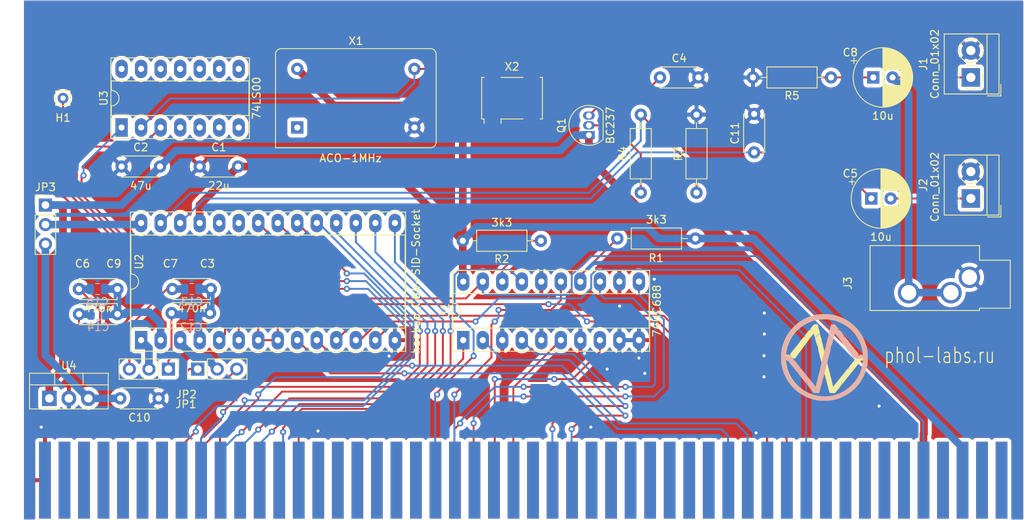
<source format=kicad_pcb>
(kicad_pcb (version 20171130) (host pcbnew "(5.1.2)-2")
  (layers (0 F.Cu signal) (31 B.Cu signal) (34 B.Paste user) (35 F.Paste user) (36 B.SilkS user) (37 F.SilkS user) (38 B.Mask user) (39 F.Mask user) (44 Edge.Cuts user))
  (net 0 "")
  (net 1 GND)
  (net 2 "Net-(C8-Pad2)")
  (net 3 "Net-(C8-Pad1)")
  (net 4 "Net-(CON-Z21-Pad98)")
  (net 5 "Net-(CON-Z21-Pad96)")
  (net 6 "Net-(CON-Z21-Pad94)")
  (net 7 "Net-(CON-Z21-Pad92)")
  (net 8 "Net-(CON-Z21-Pad86)")
  (net 9 "Net-(CON-Z21-Pad84)")
  (net 10 "Net-(CON-Z21-Pad82)")
  (net 11 "Net-(CON-Z21-Pad80)")
  (net 12 "Net-(CON-Z21-Pad78)")
  (net 13 "Net-(CON-Z21-Pad76)")
  (net 14 "Net-(CON-Z21-Pad74)")
  (net 15 "Net-(CON-Z21-Pad72)")
  (net 16 "Net-(CON-Z21-Pad70)")
  (net 17 "Net-(CON-Z21-Pad68)")
  (net 18 "Net-(CON-Z21-Pad66)")
  (net 19 "Net-(CON-Z21-Pad64)")
  (net 20 "Net-(CON-Z21-Pad62)")
  (net 21 "Net-(CON-Z21-Pad60)")
  (net 22 "Net-(CON-Z21-Pad58)")
  (net 23 "Net-(CON-Z21-Pad56)")
  (net 24 "Net-(CON-Z21-Pad54)")
  (net 25 "Net-(CON-Z21-Pad52)")
  (net 26 "Net-(CON-Z21-Pad50)")
  (net 27 "Net-(CON-Z21-Pad48)")
  (net 28 "Net-(CON-Z21-Pad46)")
  (net 29 "Net-(CON-Z21-Pad44)")
  (net 30 "Net-(CON-Z21-Pad42)")
  (net 31 "Net-(CON-Z21-Pad40)")
  (net 32 "Net-(CON-Z21-Pad38)")
  (net 33 "Net-(CON-Z21-Pad36)")
  (net 34 "Net-(CON-Z21-Pad34)")
  (net 35 "Net-(CON-Z21-Pad32)")
  (net 36 "Net-(CON-Z21-Pad30)")
  (net 37 "Net-(CON-Z21-Pad28)")
  (net 38 "Net-(CON-Z21-Pad26)")
  (net 39 "Net-(CON-Z21-Pad24)")
  (net 40 "Net-(CON-Z21-Pad22)")
  (net 41 "Net-(CON-Z21-Pad20)")
  (net 42 "Net-(CON-Z21-Pad18)")
  (net 43 "Net-(CON-Z21-Pad16)")
  (net 44 "Net-(CON-Z21-Pad14)")
  (net 45 "Net-(CON-Z21-Pad12)")
  (net 46 "Net-(CON-Z21-Pad8)")
  (net 47 "Net-(CON-Z21-Pad6)")
  (net 48 "Net-(CON-Z21-Pad97)")
  (net 49 "Net-(CON-Z21-Pad95)")
  (net 50 "Net-(CON-Z21-Pad93)")
  (net 51 "Net-(CON-Z21-Pad91)")
  (net 52 "Net-(CON-Z21-Pad83)")
  (net 53 "Net-(CON-Z21-Pad81)")
  (net 54 "Net-(CON-Z21-Pad79)")
  (net 55 "Net-(CON-Z21-Pad77)")
  (net 56 "Net-(CON-Z21-Pad75)")
  (net 57 "Net-(CON-Z21-Pad71)")
  (net 58 "Net-(CON-Z21-Pad69)")
  (net 59 "Net-(CON-Z21-Pad67)")
  (net 60 "Net-(CON-Z21-Pad65)")
  (net 61 "Net-(CON-Z21-Pad63)")
  (net 62 "Net-(CON-Z21-Pad59)")
  (net 63 "Net-(CON-Z21-Pad57)")
  (net 64 "Net-(CON-Z21-Pad55)")
  (net 65 "Net-(CON-Z21-Pad53)")
  (net 66 "Net-(CON-Z21-Pad51)")
  (net 67 "Net-(CON-Z21-Pad47)")
  (net 68 "Net-(CON-Z21-Pad45)")
  (net 69 "Net-(CON-Z21-Pad43)")
  (net 70 "Net-(CON-Z21-Pad41)")
  (net 71 "Net-(CON-Z21-Pad39)")
  (net 72 "Net-(CON-Z21-Pad35)")
  (net 73 "Net-(CON-Z21-Pad33)")
  (net 74 "Net-(CON-Z21-Pad31)")
  (net 75 "Net-(CON-Z21-Pad29)")
  (net 76 "Net-(CON-Z21-Pad27)")
  (net 77 "Net-(CON-Z21-Pad23)")
  (net 78 "Net-(CON-Z21-Pad21)")
  (net 79 "Net-(CON-Z21-Pad19)")
  (net 80 "Net-(CON-Z21-Pad17)")
  (net 81 "Net-(CON-Z21-Pad15)")
  (net 82 "Net-(CON-Z21-Pad11)")
  (net 83 "Net-(CON-Z21-Pad9)")
  (net 84 "Net-(CON-Z21-Pad7)")
  (net 85 "Net-(H1-Pad1)")
  (net 86 "Net-(R1-Pad1)")
  (net 87 "Net-(R2-Pad1)")
  (net 88 "Net-(R3-Pad1)")
  (net 89 "Net-(U2-Pad6)")
  (net 90 "Net-(U2-Pad23)")
  (net 91 "Net-(U2-Pad24)")
  (net 92 "Net-(U3-Pad2)")
  (net 93 "Net-(X1-Pad1)")
  (net 94 "Net-(X2-Pad1)")
  (net 95 /12v)
  (net 96 "Net-(C12-Pad2)")
  (net 97 "Net-(C12-Pad1)")
  (net 98 "Net-(C4-Pad1)")
  (net 99 "Net-(C11-Pad1)")
  (net 100 "Net-(C5-Pad2)")
  (net 101 "Net-(C14-Pad2)")
  (net 102 "Net-(C15-Pad1)")
  (net 103 "Net-(C13-Pad1)")
  (net 104 "Net-(C14-Pad1)")
  (net 105 /9v)
  (net 106 "Net-(CON-Z21-Pad90)")
  (net 107 "Net-(CON-Z21-Pad88)")
  (net 108 "Net-(CON-Z21-Pad4)")
  (net 109 "Net-(CON-Z21-Pad2)")
  (net 110 "Net-(CON-Z21-Pad99)")
  (net 111 "Net-(CON-Z21-Pad89)")
  (net 112 "Net-(CON-Z21-Pad87)")
  (net 113 "Net-(CON-Z21-Pad85)")
  (net 114 "Net-(CON-Z21-Pad73)")
  (net 115 "Net-(CON-Z21-Pad61)")
  (net 116 "Net-(CON-Z21-Pad49)")
  (net 117 "Net-(CON-Z21-Pad37)")
  (net 118 "Net-(CON-Z21-Pad25)")
  (net 119 "Net-(CON-Z21-Pad13)")
  (net 120 "Net-(CON-Z21-Pad3)")
  (net 121 "Net-(CON-Z21-Pad1)")
  (net 122 "Net-(JP1-Pad2)")
  (net 123 "Net-(JP2-Pad2)")
  (net 124 "Net-(JP3-Pad2)")
  (net 125 /+5V)
  (module custom:phol-labs_neg2 (layer B.Cu) (at 187.96 113.808 180)
    (fp_text reference G*** hide)
    (fp_text value LOGO hide)
  )
  (module custom:phol-labs_neg2 (layer F.Cu) (at 187.96 113.808)
    (fp_text reference G*** hide)
    (fp_text value LOGO hide)
  )
  (module Connector_Audio:Jack_3.5mm_CUI_SJ1-3533NG_Horizontal_CircularHoles (layer F.Cu) (at 206.82 103.39 270)
    (fp_text reference J3 (at 0.766 15.812 90) (layer F.SilkS))
    (fp_text value AudioJack3)
    (pad R thru_hole circle (at 2 7.9 270) (size 2.8 2.8) (drill 2) (layers *.Cu *.Mask) (net 2 "Net-(C8-Pad2)"))
    (pad T thru_hole circle (at 2 2.4 270) (size 2.8 2.8) (drill 2) (layers *.Cu *.Mask) (net 2 "Net-(C8-Pad2)"))
    (pad S thru_hole circle (at 0 0 270) (size 2.8 2.8) (drill 2) (layers *.Cu *.Mask) (net 1 GND))
  )
  (module Package_TO_SOT_THT:TO-220-3_Vertical (layer F.Cu) (at 87.122 119.142)
    (fp_text reference U4 (at 2.54 -4.27) (layer F.SilkS))
    (fp_text value LM7809_TO220)
    (pad 3 thru_hole oval (at 5.08 0) (size 1.905 2) (drill 1.1) (layers *.Cu *.Mask) (net 105 /9v))
    (pad 2 thru_hole oval (at 2.54 0) (size 1.905 2) (drill 1.1) (layers *.Cu *.Mask) (net 1 GND))
    (pad 1 thru_hole rect (at 0 0) (size 1.905 2) (drill 1.1) (layers *.Cu *.Mask) (net 95 /12v))
  )
  (module Connector_PinHeader_2.54mm:PinHeader_1x03_P2.54mm_Vertical (layer F.Cu) (at 86.614 93.996)
    (fp_text reference JP3 (at 0 -2.33) (layer F.SilkS))
    (fp_text value Jumper_3_Open)
    (pad 3 thru_hole oval (at 0 5.08) (size 1.7 1.7) (drill 1) (layers *.Cu *.Mask) (net 105 /9v))
    (pad 2 thru_hole oval (at 0 2.54) (size 1.7 1.7) (drill 1) (layers *.Cu *.Mask) (net 124 "Net-(JP3-Pad2)"))
    (pad 1 thru_hole rect (at 0 0) (size 1.7 1.7) (drill 1) (layers *.Cu *.Mask) (net 95 /12v))
  )
  (module Connector_PinHeader_2.54mm:PinHeader_1x03_P2.54mm_Vertical (layer F.Cu) (at 102.616 115.332 270)
    (fp_text reference JP2 (at 3.302 -2.33) (layer F.SilkS))
    (fp_text value Jumper_3_Open)
    (pad 3 thru_hole oval (at 0 5.08 270) (size 1.7 1.7) (drill 1) (layers *.Cu *.Mask) (net 103 "Net-(C13-Pad1)"))
    (pad 2 thru_hole oval (at 0 2.54 270) (size 1.7 1.7) (drill 1) (layers *.Cu *.Mask) (net 123 "Net-(JP2-Pad2)"))
    (pad 1 thru_hole rect (at 0 0 270) (size 1.7 1.7) (drill 1) (layers *.Cu *.Mask) (net 97 "Net-(C12-Pad1)"))
  )
  (module Connector_PinHeader_2.54mm:PinHeader_1x03_P2.54mm_Vertical (layer F.Cu) (at 106.426 115.332 90)
    (fp_text reference JP1 (at -4.572 -1.524 180) (layer F.SilkS))
    (fp_text value Jumper_3_Open)
    (pad 3 thru_hole oval (at 0 5.08 90) (size 1.7 1.7) (drill 1) (layers *.Cu *.Mask) (net 104 "Net-(C14-Pad1)"))
    (pad 2 thru_hole oval (at 0 2.54 90) (size 1.7 1.7) (drill 1) (layers *.Cu *.Mask) (net 122 "Net-(JP1-Pad2)"))
    (pad 1 thru_hole rect (at 0 0 90) (size 1.7 1.7) (drill 1) (layers *.Cu *.Mask) (net 102 "Net-(C15-Pad1)"))
  )
  (module Capacitor_SMD:C_0805_2012Metric (layer B.Cu) (at 93.3935 104.918)
    (fp_text reference C15 (at 0 1.65) (layer B.SilkS) (effects (justify mirror)))
    (fp_text value 470n)
    (pad 2 smd roundrect (at 0.9375 0) (size 0.975 1.4) (layers B.Cu B.Paste B.Mask) (net 101 "Net-(C14-Pad2)"))
    (pad 1 smd roundrect (at -0.9375 0) (size 0.975 1.4) (layers B.Cu B.Paste B.Mask) (net 102 "Net-(C15-Pad1)"))
  )
  (module Capacitor_SMD:C_0805_2012Metric (layer B.Cu) (at 93.472 108.22)
    (fp_text reference C14 (at 0 1.65) (layer B.SilkS) (effects (justify mirror)))
    (fp_text value 470n)
    (pad 2 smd roundrect (at 0.9375 0) (size 0.975 1.4) (layers B.Cu B.Paste B.Mask) (net 101 "Net-(C14-Pad2)"))
    (pad 1 smd roundrect (at -0.9375 0) (size 0.975 1.4) (layers B.Cu B.Paste B.Mask) (net 104 "Net-(C14-Pad1)"))
  )
  (module Capacitor_SMD:C_0805_2012Metric (layer B.Cu) (at 105.664 104.918)
    (fp_text reference C13 (at 0 1.65) (layer B.SilkS) (effects (justify mirror)))
    (fp_text value 470n)
    (pad 2 smd roundrect (at 0.9375 0) (size 0.975 1.4) (layers B.Cu B.Paste B.Mask) (net 96 "Net-(C12-Pad2)"))
    (pad 1 smd roundrect (at -0.9375 0) (size 0.975 1.4) (layers B.Cu B.Paste B.Mask) (net 103 "Net-(C13-Pad1)"))
  )
  (module Capacitor_SMD:C_0805_2012Metric (layer B.Cu) (at 105.5855 108.22)
    (fp_text reference C12 (at 0 1.65) (layer B.SilkS) (effects (justify mirror)))
    (fp_text value 470n)
    (pad 2 smd roundrect (at 0.9375 0) (size 0.975 1.4) (layers B.Cu B.Paste B.Mask) (net 96 "Net-(C12-Pad2)"))
    (pad 1 smd roundrect (at -0.9375 0) (size 0.975 1.4) (layers B.Cu B.Paste B.Mask) (net 97 "Net-(C12-Pad1)"))
  )
  (module Capacitor_THT:C_Disc_D4.7mm_W2.5mm_P5.00mm (layer F.Cu) (at 101.346 119.142 180)
    (fp_text reference C10 (at 2.5 -2.5) (layer F.SilkS))
    (fp_text value 47u)
    (pad 2 thru_hole circle (at 5 0 180) (size 1.6 1.6) (drill 0.8) (layers *.Cu *.Mask) (net 105 /9v))
    (pad 1 thru_hole circle (at 0 0 180) (size 1.6 1.6) (drill 0.8) (layers *.Cu *.Mask) (net 1 GND))
  )
  (module Capacitor_THT:C_Disc_D4.7mm_W2.5mm_P5.00mm (layer F.Cu) (at 90.988 108.184)
    (fp_text reference C9 (at 4.516 -6.568) (layer F.SilkS))
    (fp_text value 470n)
    (pad 2 thru_hole circle (at 5 0) (size 1.6 1.6) (drill 0.8) (layers *.Cu *.Mask) (net 101 "Net-(C14-Pad2)"))
    (pad 1 thru_hole circle (at 0 0) (size 1.6 1.6) (drill 0.8) (layers *.Cu *.Mask) (net 104 "Net-(C14-Pad1)"))
  )
  (module Capacitor_THT:C_Disc_D4.7mm_W2.5mm_P5.00mm (layer F.Cu) (at 103.024 108.048)
    (fp_text reference C3 (at 4.672 -6.432) (layer F.SilkS))
    (fp_text value 470n)
    (pad 2 thru_hole circle (at 5 0) (size 1.6 1.6) (drill 0.8) (layers *.Cu *.Mask) (net 96 "Net-(C12-Pad2)"))
    (pad 1 thru_hole circle (at 0 0) (size 1.6 1.6) (drill 0.8) (layers *.Cu *.Mask) (net 97 "Net-(C12-Pad1)"))
  )
  (module custom:zorro2card (layer F.Cu) (at 148.7805 127.2484)
    (fp_text reference CON-Z21)
    (fp_text value zorro2port)
    (pad 100 connect rect (at -62.23 2.54) (size 1.524 10) (layers F.Cu F.Mask) (net 1 GND))
    (pad 98 connect rect (at -59.69 2.54) (size 1.524 10) (layers F.Cu F.Mask) (net 4 "Net-(CON-Z21-Pad98)"))
    (pad 96 connect rect (at -57.15 2.54) (size 1.524 10) (layers F.Cu F.Mask) (net 5 "Net-(CON-Z21-Pad96)"))
    (pad 94 connect rect (at -54.61 2.54) (size 1.524 10) (layers F.Cu F.Mask) (net 6 "Net-(CON-Z21-Pad94)"))
    (pad 92 connect rect (at -52.07 2.54) (size 1.524 10) (layers F.Cu F.Mask) (net 7 "Net-(CON-Z21-Pad92)"))
    (pad 90 connect rect (at -49.53 2.54) (size 1.524 10) (layers F.Cu F.Mask) (net 106 "Net-(CON-Z21-Pad90)"))
    (pad 88 connect rect (at -46.99 2.54) (size 1.524 10) (layers F.Cu F.Mask) (net 107 "Net-(CON-Z21-Pad88)"))
    (pad 86 connect rect (at -44.45 2.54) (size 1.524 10) (layers F.Cu F.Mask) (net 8 "Net-(CON-Z21-Pad86)"))
    (pad 84 connect rect (at -41.91 2.54) (size 1.524 10) (layers F.Cu F.Mask) (net 9 "Net-(CON-Z21-Pad84)"))
    (pad 82 connect rect (at -39.37 2.54) (size 1.524 10) (layers F.Cu F.Mask) (net 10 "Net-(CON-Z21-Pad82)"))
    (pad 80 connect rect (at -36.83 2.54) (size 1.524 10) (layers F.Cu F.Mask) (net 11 "Net-(CON-Z21-Pad80)"))
    (pad 78 connect rect (at -34.29 2.54) (size 1.524 10) (layers F.Cu F.Mask) (net 12 "Net-(CON-Z21-Pad78)"))
    (pad 76 connect rect (at -31.75 2.54) (size 1.524 10) (layers F.Cu F.Mask) (net 13 "Net-(CON-Z21-Pad76)"))
    (pad 74 connect rect (at -29.21 2.54) (size 1.524 10) (layers F.Cu F.Mask) (net 14 "Net-(CON-Z21-Pad74)"))
    (pad 72 connect rect (at -26.67 2.54) (size 1.524 10) (layers F.Cu F.Mask) (net 15 "Net-(CON-Z21-Pad72)"))
    (pad 70 connect rect (at -24.13 2.54) (size 1.524 10) (layers F.Cu F.Mask) (net 16 "Net-(CON-Z21-Pad70)"))
    (pad 68 connect rect (at -21.59 2.54) (size 1.524 10) (layers F.Cu F.Mask) (net 17 "Net-(CON-Z21-Pad68)"))
    (pad 66 connect rect (at -19.05 2.54) (size 1.524 10) (layers F.Cu F.Mask) (net 18 "Net-(CON-Z21-Pad66)"))
    (pad 64 connect rect (at -16.51 2.54) (size 1.524 10) (layers F.Cu F.Mask) (net 19 "Net-(CON-Z21-Pad64)"))
    (pad 62 connect rect (at -13.97 2.54) (size 1.524 10) (layers F.Cu F.Mask) (net 20 "Net-(CON-Z21-Pad62)"))
    (pad 60 connect rect (at -11.43 2.54) (size 1.524 10) (layers F.Cu F.Mask) (net 21 "Net-(CON-Z21-Pad60)"))
    (pad 58 connect rect (at -8.89 2.54) (size 1.524 10) (layers F.Cu F.Mask) (net 22 "Net-(CON-Z21-Pad58)"))
    (pad 56 connect rect (at -6.35 2.54) (size 1.524 10) (layers F.Cu F.Mask) (net 23 "Net-(CON-Z21-Pad56)"))
    (pad 54 connect rect (at -3.81 2.54) (size 1.524 10) (layers F.Cu F.Mask) (net 24 "Net-(CON-Z21-Pad54)"))
    (pad 52 connect rect (at -1.27 2.54) (size 1.524 10) (layers F.Cu F.Mask) (net 25 "Net-(CON-Z21-Pad52)"))
    (pad 50 connect rect (at 1.27 2.54) (size 1.524 10) (layers F.Cu F.Mask) (net 26 "Net-(CON-Z21-Pad50)"))
    (pad 48 connect rect (at 3.81 2.54) (size 1.524 10) (layers F.Cu F.Mask) (net 27 "Net-(CON-Z21-Pad48)"))
    (pad 46 connect rect (at 6.35 2.54) (size 1.524 10) (layers F.Cu F.Mask) (net 28 "Net-(CON-Z21-Pad46)"))
    (pad 44 connect rect (at 8.89 2.54) (size 1.524 10) (layers F.Cu F.Mask) (net 29 "Net-(CON-Z21-Pad44)"))
    (pad 42 connect rect (at 11.43 2.54) (size 1.524 10) (layers F.Cu F.Mask) (net 30 "Net-(CON-Z21-Pad42)"))
    (pad 40 connect rect (at 13.97 2.54) (size 1.524 10) (layers F.Cu F.Mask) (net 31 "Net-(CON-Z21-Pad40)"))
    (pad 38 connect rect (at 16.51 2.54) (size 1.524 10) (layers F.Cu F.Mask) (net 32 "Net-(CON-Z21-Pad38)"))
    (pad 36 connect rect (at 19.05 2.54) (size 1.524 10) (layers F.Cu F.Mask) (net 33 "Net-(CON-Z21-Pad36)"))
    (pad 34 connect rect (at 21.59 2.54) (size 1.524 10) (layers F.Cu F.Mask) (net 34 "Net-(CON-Z21-Pad34)"))
    (pad 32 connect rect (at 24.13 2.54) (size 1.524 10) (layers F.Cu F.Mask) (net 35 "Net-(CON-Z21-Pad32)"))
    (pad 30 connect rect (at 26.67 2.54) (size 1.524 10) (layers F.Cu F.Mask) (net 36 "Net-(CON-Z21-Pad30)"))
    (pad 28 connect rect (at 29.21 2.54) (size 1.524 10) (layers F.Cu F.Mask) (net 37 "Net-(CON-Z21-Pad28)"))
    (pad 26 connect rect (at 31.75 2.54) (size 1.524 10) (layers F.Cu F.Mask) (net 38 "Net-(CON-Z21-Pad26)"))
    (pad 24 connect rect (at 34.29 2.54) (size 1.524 10) (layers F.Cu F.Mask) (net 39 "Net-(CON-Z21-Pad24)"))
    (pad 22 connect rect (at 36.83 2.54) (size 1.524 10) (layers F.Cu F.Mask) (net 40 "Net-(CON-Z21-Pad22)"))
    (pad 20 connect rect (at 39.37 2.54) (size 1.524 10) (layers F.Cu F.Mask) (net 41 "Net-(CON-Z21-Pad20)"))
    (pad 18 connect rect (at 41.91 2.54) (size 1.524 10) (layers F.Cu F.Mask) (net 42 "Net-(CON-Z21-Pad18)"))
    (pad 16 connect rect (at 44.45 2.54) (size 1.524 10) (layers F.Cu F.Mask) (net 43 "Net-(CON-Z21-Pad16)"))
    (pad 14 connect rect (at 46.99 2.54) (size 1.524 10) (layers F.Cu F.Mask) (net 44 "Net-(CON-Z21-Pad14)"))
    (pad 12 connect rect (at 49.53 2.54) (size 1.524 10) (layers F.Cu F.Mask) (net 45 "Net-(CON-Z21-Pad12)"))
    (pad 10 connect rect (at 52.07 2.54) (size 1.524 10) (layers F.Cu F.Mask) (net 95 /12v))
    (pad 8 connect rect (at 54.61 2.54) (size 1.524 10) (layers F.Cu F.Mask) (net 46 "Net-(CON-Z21-Pad8)"))
    (pad 6 connect rect (at 57.15 2.54) (size 1.524 10) (layers F.Cu F.Mask) (net 47 "Net-(CON-Z21-Pad6)"))
    (pad 4 connect rect (at 59.69 2.54) (size 1.524 10) (layers F.Cu F.Mask) (net 108 "Net-(CON-Z21-Pad4)"))
    (pad 2 connect rect (at 62.23 2.54) (size 1.524 10) (layers F.Cu F.Mask) (net 109 "Net-(CON-Z21-Pad2)"))
    (pad 99 connect rect (at -62.23 2.54) (size 1.524 10) (layers B.Cu B.Mask) (net 110 "Net-(CON-Z21-Pad99)"))
    (pad 97 connect rect (at -59.69 2.54) (size 1.524 10) (layers B.Cu B.Mask) (net 48 "Net-(CON-Z21-Pad97)"))
    (pad 95 connect rect (at -57.15 2.54) (size 1.524 10) (layers B.Cu B.Mask) (net 49 "Net-(CON-Z21-Pad95)"))
    (pad 93 connect rect (at -54.61 2.54) (size 1.524 10) (layers B.Cu B.Mask) (net 50 "Net-(CON-Z21-Pad93)"))
    (pad 91 connect rect (at -52.07 2.54) (size 1.524 10) (layers B.Cu B.Mask) (net 51 "Net-(CON-Z21-Pad91)"))
    (pad 89 connect rect (at -49.53 2.54) (size 1.524 10) (layers B.Cu B.Mask) (net 111 "Net-(CON-Z21-Pad89)"))
    (pad 87 connect rect (at -46.99 2.54) (size 1.524 10) (layers B.Cu B.Mask) (net 112 "Net-(CON-Z21-Pad87)"))
    (pad 85 connect rect (at -44.45 2.54) (size 1.524 10) (layers B.Cu B.Mask) (net 113 "Net-(CON-Z21-Pad85)"))
    (pad 83 connect rect (at -41.91 2.54) (size 1.524 10) (layers B.Cu B.Mask) (net 52 "Net-(CON-Z21-Pad83)"))
    (pad 81 connect rect (at -39.37 2.54) (size 1.524 10) (layers B.Cu B.Mask) (net 53 "Net-(CON-Z21-Pad81)"))
    (pad 79 connect rect (at -36.83 2.54) (size 1.524 10) (layers B.Cu B.Mask) (net 54 "Net-(CON-Z21-Pad79)"))
    (pad 77 connect rect (at -34.29 2.54) (size 1.524 10) (layers B.Cu B.Mask) (net 55 "Net-(CON-Z21-Pad77)"))
    (pad 75 connect rect (at -31.75 2.54) (size 1.524 10) (layers B.Cu B.Mask) (net 56 "Net-(CON-Z21-Pad75)"))
    (pad 73 connect rect (at -29.21 2.54) (size 1.524 10) (layers B.Cu B.Mask) (net 114 "Net-(CON-Z21-Pad73)"))
    (pad 71 connect rect (at -26.67 2.54) (size 1.524 10) (layers B.Cu B.Mask) (net 57 "Net-(CON-Z21-Pad71)"))
    (pad 69 connect rect (at -24.13 2.54) (size 1.524 10) (layers B.Cu B.Mask) (net 58 "Net-(CON-Z21-Pad69)"))
    (pad 67 connect rect (at -21.59 2.54) (size 1.524 10) (layers B.Cu B.Mask) (net 59 "Net-(CON-Z21-Pad67)"))
    (pad 65 connect rect (at -19.05 2.54) (size 1.524 10) (layers B.Cu B.Mask) (net 60 "Net-(CON-Z21-Pad65)"))
    (pad 63 connect rect (at -16.51 2.54) (size 1.524 10) (layers B.Cu B.Mask) (net 61 "Net-(CON-Z21-Pad63)"))
    (pad 61 connect rect (at -13.97 2.54) (size 1.524 10) (layers B.Cu B.Mask) (net 115 "Net-(CON-Z21-Pad61)"))
    (pad 59 connect rect (at -11.43 2.54) (size 1.524 10) (layers B.Cu B.Mask) (net 62 "Net-(CON-Z21-Pad59)"))
    (pad 57 connect rect (at -8.89 2.54) (size 1.524 10) (layers B.Cu B.Mask) (net 63 "Net-(CON-Z21-Pad57)"))
    (pad 55 connect rect (at -6.35 2.54) (size 1.524 10) (layers B.Cu B.Mask) (net 64 "Net-(CON-Z21-Pad55)"))
    (pad 53 connect rect (at -3.81 2.54) (size 1.524 10) (layers B.Cu B.Mask) (net 65 "Net-(CON-Z21-Pad53)"))
    (pad 51 connect rect (at -1.27 2.54) (size 1.524 10) (layers B.Cu B.Mask) (net 66 "Net-(CON-Z21-Pad51)"))
    (pad 49 connect rect (at 1.27 2.54) (size 1.524 10) (layers B.Cu B.Mask) (net 116 "Net-(CON-Z21-Pad49)"))
    (pad 47 connect rect (at 3.81 2.54) (size 1.524 10) (layers B.Cu B.Mask) (net 67 "Net-(CON-Z21-Pad47)"))
    (pad 45 connect rect (at 6.35 2.54) (size 1.524 10) (layers B.Cu B.Mask) (net 68 "Net-(CON-Z21-Pad45)"))
    (pad 43 connect rect (at 8.89 2.54) (size 1.524 10) (layers B.Cu B.Mask) (net 69 "Net-(CON-Z21-Pad43)"))
    (pad 41 connect rect (at 11.43 2.54) (size 1.524 10) (layers B.Cu B.Mask) (net 70 "Net-(CON-Z21-Pad41)"))
    (pad 39 connect rect (at 13.97 2.54) (size 1.524 10) (layers B.Cu B.Mask) (net 71 "Net-(CON-Z21-Pad39)"))
    (pad 37 connect rect (at 16.51 2.54) (size 1.524 10) (layers B.Cu B.Mask) (net 117 "Net-(CON-Z21-Pad37)"))
    (pad 35 connect rect (at 19.05 2.54) (size 1.524 10) (layers B.Cu B.Mask) (net 72 "Net-(CON-Z21-Pad35)"))
    (pad 33 connect rect (at 21.59 2.54) (size 1.524 10) (layers B.Cu B.Mask) (net 73 "Net-(CON-Z21-Pad33)"))
    (pad 31 connect rect (at 24.13 2.54) (size 1.524 10) (layers B.Cu B.Mask) (net 74 "Net-(CON-Z21-Pad31)"))
    (pad 29 connect rect (at 26.67 2.54) (size 1.524 10) (layers B.Cu B.Mask) (net 75 "Net-(CON-Z21-Pad29)"))
    (pad 27 connect rect (at 29.21 2.54) (size 1.524 10) (layers B.Cu B.Mask) (net 76 "Net-(CON-Z21-Pad27)"))
    (pad 25 connect rect (at 31.75 2.54) (size 1.524 10) (layers B.Cu B.Mask) (net 118 "Net-(CON-Z21-Pad25)"))
    (pad 23 connect rect (at 34.29 2.54) (size 1.524 10) (layers B.Cu B.Mask) (net 77 "Net-(CON-Z21-Pad23)"))
    (pad 21 connect rect (at 36.83 2.54) (size 1.524 10) (layers B.Cu B.Mask) (net 78 "Net-(CON-Z21-Pad21)"))
    (pad 19 connect rect (at 39.37 2.54) (size 1.524 10) (layers B.Cu B.Mask) (net 79 "Net-(CON-Z21-Pad19)"))
    (pad 17 connect rect (at 41.91 2.54) (size 1.524 10) (layers B.Cu B.Mask) (net 80 "Net-(CON-Z21-Pad17)"))
    (pad 15 connect rect (at 44.45 2.54) (size 1.524 10) (layers B.Cu B.Mask) (net 81 "Net-(CON-Z21-Pad15)"))
    (pad 13 connect rect (at 46.99 2.54) (size 1.524 10) (layers B.Cu B.Mask) (net 119 "Net-(CON-Z21-Pad13)"))
    (pad 11 connect rect (at 49.53 2.54) (size 1.524 10) (layers B.Cu B.Mask) (net 82 "Net-(CON-Z21-Pad11)"))
    (pad 9 connect rect (at 52.07 2.54) (size 1.524 10) (layers B.Cu B.Mask) (net 83 "Net-(CON-Z21-Pad9)"))
    (pad 7 connect rect (at 54.61 2.54) (size 1.524 10) (layers B.Cu B.Mask) (net 84 "Net-(CON-Z21-Pad7)"))
    (pad 5 connect rect (at 57.15 2.54) (size 1.524 10) (layers B.Cu B.Mask) (net 125 /+5V))
    (pad 3 connect rect (at 59.69 2.54) (size 1.524 10) (layers B.Cu B.Mask) (net 120 "Net-(CON-Z21-Pad3)"))
    (pad 1 connect rect (at 62.23 2.54) (size 1.524 10) (layers B.Cu B.Mask) (net 121 "Net-(CON-Z21-Pad1)"))
  )
  (module Package_DIP:DIP-28_W15.24mm_Socket_LongPads (layer F.Cu) (at 99.06 111.57 90)
    (fp_text reference U2 (at 10.208 -0.254 90) (layer F.SilkS))
    (fp_text value hackup_C64-SID-Socket (at 7.62 35.76 90) (layer F.SilkS))
    (pad 1 thru_hole rect (at 0 0 90) (size 2.4 1.6) (drill 0.8) (layers *.Cu *.Mask) (net 123 "Net-(JP2-Pad2)"))
    (pad 15 thru_hole oval (at 15.24 33.02 90) (size 2.4 1.6) (drill 0.8) (layers *.Cu *.Mask) (net 56 "Net-(CON-Z21-Pad75)"))
    (pad 2 thru_hole oval (at 0 2.54 90) (size 2.4 1.6) (drill 0.8) (layers *.Cu *.Mask) (net 101 "Net-(C14-Pad2)"))
    (pad 16 thru_hole oval (at 15.24 30.48 90) (size 2.4 1.6) (drill 0.8) (layers *.Cu *.Mask) (net 55 "Net-(CON-Z21-Pad77)"))
    (pad 3 thru_hole oval (at 0 5.08 90) (size 2.4 1.6) (drill 0.8) (layers *.Cu *.Mask) (net 122 "Net-(JP1-Pad2)"))
    (pad 17 thru_hole oval (at 15.24 27.94 90) (size 2.4 1.6) (drill 0.8) (layers *.Cu *.Mask) (net 54 "Net-(CON-Z21-Pad79)"))
    (pad 4 thru_hole oval (at 0 7.62 90) (size 2.4 1.6) (drill 0.8) (layers *.Cu *.Mask) (net 96 "Net-(C12-Pad2)"))
    (pad 18 thru_hole oval (at 15.24 25.4 90) (size 2.4 1.6) (drill 0.8) (layers *.Cu *.Mask) (net 53 "Net-(CON-Z21-Pad81)"))
    (pad 5 thru_hole oval (at 0 10.16 90) (size 2.4 1.6) (drill 0.8) (layers *.Cu *.Mask) (net 85 "Net-(H1-Pad1)"))
    (pad 19 thru_hole oval (at 15.24 22.86 90) (size 2.4 1.6) (drill 0.8) (layers *.Cu *.Mask) (net 52 "Net-(CON-Z21-Pad83)"))
    (pad 6 thru_hole oval (at 0 12.7 90) (size 2.4 1.6) (drill 0.8) (layers *.Cu *.Mask) (net 89 "Net-(U2-Pad6)"))
    (pad 20 thru_hole oval (at 15.24 20.32 90) (size 2.4 1.6) (drill 0.8) (layers *.Cu *.Mask) (net 8 "Net-(CON-Z21-Pad86)"))
    (pad 7 thru_hole oval (at 0 15.24 90) (size 2.4 1.6) (drill 0.8) (layers *.Cu *.Mask) (net 83 "Net-(CON-Z21-Pad9)"))
    (pad 21 thru_hole oval (at 15.24 17.78 90) (size 2.4 1.6) (drill 0.8) (layers *.Cu *.Mask) (net 9 "Net-(CON-Z21-Pad84)"))
    (pad 8 thru_hole oval (at 0 17.78 90) (size 2.4 1.6) (drill 0.8) (layers *.Cu *.Mask) (net 83 "Net-(CON-Z21-Pad9)"))
    (pad 22 thru_hole oval (at 15.24 15.24 90) (size 2.4 1.6) (drill 0.8) (layers *.Cu *.Mask) (net 10 "Net-(CON-Z21-Pad82)"))
    (pad 9 thru_hole oval (at 0 20.32 90) (size 2.4 1.6) (drill 0.8) (layers *.Cu *.Mask) (net 75 "Net-(CON-Z21-Pad29)"))
    (pad 23 thru_hole oval (at 15.24 12.7 90) (size 2.4 1.6) (drill 0.8) (layers *.Cu *.Mask) (net 90 "Net-(U2-Pad23)"))
    (pad 10 thru_hole oval (at 0 22.86 90) (size 2.4 1.6) (drill 0.8) (layers *.Cu *.Mask) (net 76 "Net-(CON-Z21-Pad27)"))
    (pad 24 thru_hole oval (at 15.24 10.16 90) (size 2.4 1.6) (drill 0.8) (layers *.Cu *.Mask) (net 91 "Net-(U2-Pad24)"))
    (pad 11 thru_hole oval (at 0 25.4 90) (size 2.4 1.6) (drill 0.8) (layers *.Cu *.Mask) (net 38 "Net-(CON-Z21-Pad26)"))
    (pad 25 thru_hole oval (at 15.24 7.62 90) (size 2.4 1.6) (drill 0.8) (layers *.Cu *.Mask) (net 125 /+5V))
    (pad 12 thru_hole oval (at 0 27.94 90) (size 2.4 1.6) (drill 0.8) (layers *.Cu *.Mask) (net 39 "Net-(CON-Z21-Pad24)"))
    (pad 26 thru_hole oval (at 15.24 5.08 90) (size 2.4 1.6) (drill 0.8) (layers *.Cu *.Mask) (net 99 "Net-(C11-Pad1)"))
    (pad 13 thru_hole oval (at 0 30.48 90) (size 2.4 1.6) (drill 0.8) (layers *.Cu *.Mask) (net 78 "Net-(CON-Z21-Pad21)"))
    (pad 27 thru_hole oval (at 15.24 2.54 90) (size 2.4 1.6) (drill 0.8) (layers *.Cu *.Mask) (net 88 "Net-(R3-Pad1)"))
    (pad 14 thru_hole oval (at 0 33.02 90) (size 2.4 1.6) (drill 0.8) (layers *.Cu *.Mask) (net 1 GND))
    (pad 28 thru_hole oval (at 15.24 0 90) (size 2.4 1.6) (drill 0.8) (layers *.Cu *.Mask) (net 124 "Net-(JP3-Pad2)"))
  )
  (module Package_DIP:DIP-14_W7.62mm_Socket_LongPads (layer F.Cu) (at 96.52 83.9 90)
    (fp_text reference U3 (at 3.81 -2.33 90) (layer F.SilkS))
    (fp_text value 74LS00 (at 3.81 17.57 90) (layer F.SilkS))
    (pad 14 thru_hole oval (at 7.62 0 90) (size 2.4 1.6) (drill 0.8) (layers *.Cu *.Mask))
    (pad 7 thru_hole oval (at 0 15.24 90) (size 2.4 1.6) (drill 0.8) (layers *.Cu *.Mask))
    (pad 13 thru_hole oval (at 7.62 2.54 90) (size 2.4 1.6) (drill 0.8) (layers *.Cu *.Mask))
    (pad 6 thru_hole oval (at 0 12.7 90) (size 2.4 1.6) (drill 0.8) (layers *.Cu *.Mask))
    (pad 12 thru_hole oval (at 7.62 5.08 90) (size 2.4 1.6) (drill 0.8) (layers *.Cu *.Mask))
    (pad 5 thru_hole oval (at 0 10.16 90) (size 2.4 1.6) (drill 0.8) (layers *.Cu *.Mask))
    (pad 11 thru_hole oval (at 7.62 7.62 90) (size 2.4 1.6) (drill 0.8) (layers *.Cu *.Mask))
    (pad 4 thru_hole oval (at 0 7.62 90) (size 2.4 1.6) (drill 0.8) (layers *.Cu *.Mask))
    (pad 10 thru_hole oval (at 7.62 10.16 90) (size 2.4 1.6) (drill 0.8) (layers *.Cu *.Mask))
    (pad 3 thru_hole oval (at 0 5.08 90) (size 2.4 1.6) (drill 0.8) (layers *.Cu *.Mask) (net 89 "Net-(U2-Pad6)"))
    (pad 9 thru_hole oval (at 7.62 12.7 90) (size 2.4 1.6) (drill 0.8) (layers *.Cu *.Mask))
    (pad 2 thru_hole oval (at 0 2.54 90) (size 2.4 1.6) (drill 0.8) (layers *.Cu *.Mask) (net 92 "Net-(U3-Pad2)"))
    (pad 8 thru_hole oval (at 7.62 15.24 90) (size 2.4 1.6) (drill 0.8) (layers *.Cu *.Mask))
    (pad 1 thru_hole rect (at 0 0 90) (size 2.4 1.6) (drill 0.8) (layers *.Cu *.Mask) (net 83 "Net-(CON-Z21-Pad9)"))
  )
  (module Connector_Pin:Pin_D0.7mm_L6.5mm_W1.8mm_FlatFork (layer F.Cu) (at 88.9 80.09)
    (fp_text reference H1 (at 0 2.55) (layer F.SilkS))
    (fp_text value MountingHole_Pad)
    (pad 1 thru_hole circle (at 0 0) (size 1.4 1.4) (drill 0.7) (layers *.Cu *.Mask) (net 85 "Net-(H1-Pad1)"))
  )
  (module TerminalBlock_4Ucon:TerminalBlock_4Ucon_1x02_P3.50mm_Horizontal (layer F.Cu) (at 207.01 93.14 90)
    (fp_text reference J2 (at 1.75 -6.19 90) (layer F.SilkS))
    (fp_text value Conn_01x02 (at 1.5 -4.69 90) (layer F.SilkS))
    (pad 2 thru_hole circle (at 3.5 0 90) (size 2.4 2.4) (drill 1.2) (layers *.Cu *.Mask) (net 1 GND))
    (pad 1 thru_hole rect (at 0 0 90) (size 2.4 2.4) (drill 1.2) (layers *.Cu *.Mask) (net 100 "Net-(C5-Pad2)"))
  )
  (module TerminalBlock_4Ucon:TerminalBlock_4Ucon_1x02_P3.50mm_Horizontal (layer F.Cu) (at 207.01 77.39 90)
    (fp_text reference J1 (at 1.75 -6.19 90) (layer F.SilkS))
    (fp_text value Conn_01x02 (at 1.75 -4.69 90) (layer F.SilkS))
    (pad 2 thru_hole circle (at 3.5 0 90) (size 2.4 2.4) (drill 1.2) (layers *.Cu *.Mask) (net 1 GND))
    (pad 1 thru_hole rect (at 0 0 90) (size 2.4 2.4) (drill 1.2) (layers *.Cu *.Mask) (net 2 "Net-(C8-Pad2)"))
  )
  (module Resistor_THT:R_Axial_DIN0207_L6.3mm_D2.5mm_P10.16mm_Horizontal (layer F.Cu) (at 188.82 77.39 180)
    (fp_text reference R5 (at 5.08 -2.37) (layer F.SilkS))
    (fp_text value 1k)
    (pad 2 thru_hole oval (at 10.16 0 180) (size 1.6 1.6) (drill 0.8) (layers *.Cu *.Mask) (net 1 GND))
    (pad 1 thru_hole circle (at 0 0 180) (size 1.6 1.6) (drill 0.8) (layers *.Cu *.Mask) (net 3 "Net-(C8-Pad1)"))
  )
  (module Resistor_THT:R_Axial_DIN0207_L6.3mm_D2.5mm_P10.16mm_Horizontal (layer F.Cu) (at 164.07 92.39 90)
    (fp_text reference R4 (at 5.08 -2.37 90) (layer F.SilkS))
    (fp_text value 10k)
    (pad 2 thru_hole oval (at 10.16 0 90) (size 1.6 1.6) (drill 0.8) (layers *.Cu *.Mask) (net 88 "Net-(R3-Pad1)"))
    (pad 1 thru_hole circle (at 0 0 90) (size 1.6 1.6) (drill 0.8) (layers *.Cu *.Mask) (net 98 "Net-(C4-Pad1)"))
  )
  (module Resistor_THT:R_Axial_DIN0207_L6.3mm_D2.5mm_P10.16mm_Horizontal (layer F.Cu) (at 171.32 92.39 90)
    (fp_text reference R3 (at 5.08 -2.37 90) (layer F.SilkS))
    (fp_text value 1k)
    (pad 2 thru_hole oval (at 10.16 0 90) (size 1.6 1.6) (drill 0.8) (layers *.Cu *.Mask) (net 1 GND))
    (pad 1 thru_hole circle (at 0 0 90) (size 1.6 1.6) (drill 0.8) (layers *.Cu *.Mask) (net 88 "Net-(R3-Pad1)"))
  )
  (module Resistor_THT:R_Axial_DIN0207_L6.3mm_D2.5mm_P10.16mm_Horizontal (layer F.Cu) (at 151.07 98.64 180)
    (fp_text reference R2 (at 5.08 -2.37) (layer F.SilkS))
    (fp_text value 3k3 (at 5.08 2.37) (layer F.SilkS))
    (pad 2 thru_hole oval (at 10.16 0 180) (size 1.6 1.6) (drill 0.8) (layers *.Cu *.Mask) (net 125 /+5V))
    (pad 1 thru_hole circle (at 0 0 180) (size 1.6 1.6) (drill 0.8) (layers *.Cu *.Mask) (net 87 "Net-(R2-Pad1)"))
  )
  (module Resistor_THT:R_Axial_DIN0207_L6.3mm_D2.5mm_P10.16mm_Horizontal (layer F.Cu) (at 161.02 98.35)
    (fp_text reference R1 (at 5.05 2.54) (layer F.SilkS))
    (fp_text value 3k3 (at 5.08 -2.46) (layer F.SilkS))
    (pad 2 thru_hole oval (at 10.16 0) (size 1.6 1.6) (drill 0.8) (layers *.Cu *.Mask) (net 125 /+5V))
    (pad 1 thru_hole circle (at 0 0) (size 1.6 1.6) (drill 0.8) (layers *.Cu *.Mask) (net 86 "Net-(R1-Pad1)"))
  )
  (module Capacitor_THT:C_Disc_D4.7mm_W2.5mm_P5.00mm (layer F.Cu) (at 103.124 104.918)
    (fp_text reference C7 (at -0.254 -3.302) (layer F.SilkS))
    (fp_text value 470n (at 2.5 2.5) (layer F.SilkS))
    (pad 1 thru_hole circle (at 0 0) (size 1.6 1.6) (drill 0.8) (layers *.Cu *.Mask) (net 103 "Net-(C13-Pad1)"))
    (pad 2 thru_hole circle (at 5 0) (size 1.6 1.6) (drill 0.8) (layers *.Cu *.Mask) (net 96 "Net-(C12-Pad2)"))
  )
  (module Capacitor_THT:C_Disc_D4.7mm_W2.5mm_P5.00mm (layer F.Cu) (at 90.978 104.918)
    (fp_text reference C6 (at 0.462 -3.302) (layer F.SilkS))
    (fp_text value 470n (at 2.5 2.5) (layer F.SilkS))
    (pad 2 thru_hole circle (at 5 0) (size 1.6 1.6) (drill 0.8) (layers *.Cu *.Mask) (net 101 "Net-(C14-Pad2)"))
    (pad 1 thru_hole circle (at 0 0) (size 1.6 1.6) (drill 0.8) (layers *.Cu *.Mask) (net 102 "Net-(C15-Pad1)"))
  )
  (module Capacitor_THT:C_Disc_D4.7mm_W2.5mm_P5.00mm (layer F.Cu) (at 106.68 88.98)
    (fp_text reference C1 (at 2.5 -2.5) (layer F.SilkS))
    (fp_text value 22u (at 2.5 2.5) (layer F.SilkS))
    (pad 1 thru_hole circle (at 0 0) (size 1.6 1.6) (drill 0.8) (layers *.Cu *.Mask) (net 1 GND))
    (pad 2 thru_hole circle (at 5 0) (size 1.6 1.6) (drill 0.8) (layers *.Cu *.Mask) (net 125 /+5V))
  )
  (module Capacitor_THT:C_Disc_D4.7mm_W2.5mm_P5.00mm (layer F.Cu) (at 96.52 88.98)
    (fp_text reference C2 (at 2.5 -2.5) (layer F.SilkS))
    (fp_text value 47u (at 2.5 2.5) (layer F.SilkS))
    (pad 2 thru_hole circle (at 5 0) (size 1.6 1.6) (drill 0.8) (layers *.Cu *.Mask) (net 95 /12v))
    (pad 1 thru_hole circle (at 0 0) (size 1.6 1.6) (drill 0.8) (layers *.Cu *.Mask) (net 1 GND))
  )
  (module Capacitor_THT:C_Disc_D4.7mm_W2.5mm_P5.00mm (layer F.Cu) (at 166.57 77.39)
    (fp_text reference C4 (at 2.5 -2.5) (layer F.SilkS))
    (fp_text value 1n)
    (pad 2 thru_hole circle (at 5 0) (size 1.6 1.6) (drill 0.8) (layers *.Cu *.Mask) (net 1 GND))
    (pad 1 thru_hole circle (at 0 0) (size 1.6 1.6) (drill 0.8) (layers *.Cu *.Mask) (net 98 "Net-(C4-Pad1)"))
  )
  (module Capacitor_THT:C_Disc_D4.7mm_W2.5mm_P5.00mm (layer F.Cu) (at 178.82 87.14 90)
    (fp_text reference C11 (at 2.5 -2.5 90) (layer F.SilkS))
    (fp_text value 100n)
    (pad 1 thru_hole circle (at 0 0 90) (size 1.6 1.6) (drill 0.8) (layers *.Cu *.Mask) (net 99 "Net-(C11-Pad1)"))
    (pad 2 thru_hole circle (at 5 0 90) (size 1.6 1.6) (drill 0.8) (layers *.Cu *.Mask) (net 1 GND))
  )
  (module Capacitor_THT:CP_Radial_D7.5mm_P2.50mm (layer F.Cu) (at 194.07 93.14)
    (fp_text reference C5 (at -2.75 -3.25) (layer F.SilkS))
    (fp_text value 10u (at 1.25 5) (layer F.SilkS))
    (pad 1 thru_hole rect (at 0 0) (size 1.6 1.6) (drill 0.8) (layers *.Cu *.Mask) (net 99 "Net-(C11-Pad1)"))
    (pad 2 thru_hole circle (at 2.5 0) (size 1.6 1.6) (drill 0.8) (layers *.Cu *.Mask) (net 100 "Net-(C5-Pad2)"))
  )
  (module Capacitor_THT:CP_Radial_D7.5mm_P2.50mm (layer F.Cu) (at 194.32 77.39)
    (fp_text reference C8 (at -3 -3.25) (layer F.SilkS))
    (fp_text value 10u (at 1.25 5) (layer F.SilkS))
    (pad 2 thru_hole circle (at 2.5 0) (size 1.6 1.6) (drill 0.8) (layers *.Cu *.Mask) (net 2 "Net-(C8-Pad2)"))
    (pad 1 thru_hole rect (at 0 0) (size 1.6 1.6) (drill 0.8) (layers *.Cu *.Mask) (net 3 "Net-(C8-Pad1)"))
  )
  (module Package_TO_SOT_THT:TO-92_Inline (layer F.Cu) (at 157.32 84.89 90)
    (fp_text reference Q1 (at 1.27 -3.56 90) (layer F.SilkS))
    (fp_text value BC237 (at 1.27 2.79 90) (layer F.SilkS))
    (pad 2 thru_hole oval (at 1.27 0 90) (size 1.05 1.5) (drill 0.75) (layers *.Cu *.Mask) (net 98 "Net-(C4-Pad1)"))
    (pad 3 thru_hole oval (at 2.54 0 90) (size 1.05 1.5) (drill 0.75) (layers *.Cu *.Mask) (net 3 "Net-(C8-Pad1)"))
    (pad 1 thru_hole rect (at 0 0 90) (size 1.05 1.5) (drill 0.75) (layers *.Cu *.Mask) (net 95 /12v))
  )
  (module Package_DIP:DIP-20_W7.62mm_Socket_LongPads (layer F.Cu) (at 140.97 111.57 90)
    (fp_text reference U1 (at 3.81 -2.33 90) (layer F.SilkS))
    (fp_text value 74HC688 (at 3.81 25.19 90) (layer F.SilkS))
    (pad 1 thru_hole rect (at 0 0 90) (size 2.4 1.6) (drill 0.8) (layers *.Cu *.Mask) (net 14 "Net-(CON-Z21-Pad74)"))
    (pad 11 thru_hole oval (at 7.62 22.86 90) (size 2.4 1.6) (drill 0.8) (layers *.Cu *.Mask) (net 23 "Net-(CON-Z21-Pad56)"))
    (pad 2 thru_hole oval (at 0 2.54 90) (size 2.4 1.6) (drill 0.8) (layers *.Cu *.Mask) (net 68 "Net-(CON-Z21-Pad45)"))
    (pad 12 thru_hole oval (at 7.62 20.32 90) (size 2.4 1.6) (drill 0.8) (layers *.Cu *.Mask) (net 1 GND))
    (pad 3 thru_hole oval (at 0 5.08 90) (size 2.4 1.6) (drill 0.8) (layers *.Cu *.Mask) (net 1 GND))
    (pad 13 thru_hole oval (at 7.62 17.78 90) (size 2.4 1.6) (drill 0.8) (layers *.Cu *.Mask) (net 22 "Net-(CON-Z21-Pad58)"))
    (pad 4 thru_hole oval (at 0 7.62 90) (size 2.4 1.6) (drill 0.8) (layers *.Cu *.Mask) (net 67 "Net-(CON-Z21-Pad47)"))
    (pad 14 thru_hole oval (at 7.62 15.24 90) (size 2.4 1.6) (drill 0.8) (layers *.Cu *.Mask) (net 86 "Net-(R1-Pad1)"))
    (pad 5 thru_hole oval (at 0 10.16 90) (size 2.4 1.6) (drill 0.8) (layers *.Cu *.Mask) (net 1 GND))
    (pad 15 thru_hole oval (at 7.62 12.7 90) (size 2.4 1.6) (drill 0.8) (layers *.Cu *.Mask) (net 63 "Net-(CON-Z21-Pad57)"))
    (pad 6 thru_hole oval (at 0 12.7 90) (size 2.4 1.6) (drill 0.8) (layers *.Cu *.Mask) (net 25 "Net-(CON-Z21-Pad52)"))
    (pad 16 thru_hole oval (at 7.62 10.16 90) (size 2.4 1.6) (drill 0.8) (layers *.Cu *.Mask) (net 1 GND))
    (pad 7 thru_hole oval (at 0 15.24 90) (size 2.4 1.6) (drill 0.8) (layers *.Cu *.Mask) (net 1 GND))
    (pad 17 thru_hole oval (at 7.62 7.62 90) (size 2.4 1.6) (drill 0.8) (layers *.Cu *.Mask) (net 62 "Net-(CON-Z21-Pad59)"))
    (pad 8 thru_hole oval (at 0 17.78 90) (size 2.4 1.6) (drill 0.8) (layers *.Cu *.Mask) (net 24 "Net-(CON-Z21-Pad54)"))
    (pad 18 thru_hole oval (at 7.62 5.08 90) (size 2.4 1.6) (drill 0.8) (layers *.Cu *.Mask) (net 87 "Net-(R2-Pad1)"))
    (pad 9 thru_hole oval (at 0 20.32 90) (size 2.4 1.6) (drill 0.8) (layers *.Cu *.Mask) (net 1 GND))
    (pad 19 thru_hole oval (at 7.62 2.54 90) (size 2.4 1.6) (drill 0.8) (layers *.Cu *.Mask) (net 83 "Net-(CON-Z21-Pad9)"))
    (pad 10 thru_hole oval (at 0 22.86 90) (size 2.4 1.6) (drill 0.8) (layers *.Cu *.Mask) (net 1 GND))
    (pad 20 thru_hole oval (at 7.62 0 90) (size 2.4 1.6) (drill 0.8) (layers *.Cu *.Mask) (net 125 /+5V))
  )
  (module Oscillator:Oscillator_DIP-14 (layer F.Cu) (at 119.38 83.9)
    (fp_text reference X1 (at 7.62 -11.26) (layer F.SilkS))
    (fp_text value ACO-1MHz (at 6.94 3.99) (layer F.SilkS))
    (pad 1 thru_hole rect (at 0 0) (size 1.6 1.6) (drill 0.8) (layers *.Cu *.Mask) (net 93 "Net-(X1-Pad1)"))
    (pad 14 thru_hole circle (at 0 -7.62) (size 1.6 1.6) (drill 0.8) (layers *.Cu *.Mask) (net 125 /+5V))
    (pad 8 thru_hole circle (at 15.24 -7.62) (size 1.6 1.6) (drill 0.8) (layers *.Cu *.Mask) (net 92 "Net-(U3-Pad2)"))
    (pad 7 thru_hole circle (at 15.24 0) (size 1.6 1.6) (drill 0.8) (layers *.Cu *.Mask) (net 1 GND))
  )
  (module Oscillator:Oscillator_SMD_IQD_IQXO70-4Pin_7.5x5.0mm (layer F.Cu) (at 147.32 80.09)
    (fp_text reference X2 (at 0 -4.1) (layer F.SilkS))
    (fp_text value IQXO-70)
    (pad 1 smd rect (at -2.54 2.1) (size 1.8 2) (layers F.Cu F.Paste F.Mask) (net 94 "Net-(X2-Pad1)"))
    (pad 2 smd rect (at 2.54 2.1) (size 1.8 2) (layers F.Cu F.Paste F.Mask) (net 1 GND))
    (pad 3 smd rect (at 2.54 -2.1) (size 1.8 2) (layers F.Cu F.Paste F.Mask) (net 92 "Net-(U3-Pad2)"))
    (pad 4 smd rect (at -2.54 -2.1) (size 1.8 2) (layers F.Cu F.Paste F.Mask) (net 125 /+5V))
  )
  (gr_text phol-labs.ru (at 202.946 113.554) (layer F.SilkS) (effects (font (size 2 1.5))))
  (via (at 86.07 122.89) (size 0.8) (drill 0.4) (layers F.Cu B.Cu) (net 1))
  (via (at 161.32 107.14) (size 0.8) (drill 0.4) (layers F.Cu B.Cu) (net 1))
  (via (at 163.82 113.89) (size 0.8) (drill 0.4) (layers F.Cu B.Cu) (net 1))
  (via (at 157.57 122.89) (size 0.8) (drill 0.4) (layers F.Cu B.Cu) (net 1))
  (via (at 131.32 113.64) (size 0.8) (drill 0.4) (layers F.Cu B.Cu) (net 1))
  (via (at 122.07 123.39) (size 0.8) (drill 0.4) (layers F.Cu B.Cu) (net 1))
  (via (at 179.07 123.64) (size 0.8) (drill 0.4) (layers F.Cu B.Cu) (net 1))
  (via (at 195.07 120.14) (size 0.8) (drill 0.4) (layers F.Cu B.Cu) (net 1))
  (via (at 165.82 103.64) (size 0.8) (drill 0.4) (layers F.Cu B.Cu) (net 1))
  (via (at 180.1368 108.046) (size 0.8) (drill 0.4) (layers F.Cu B.Cu) (net 1))
  (via (at 180.1368 110.7765) (size 0.8) (drill 0.4) (layers F.Cu B.Cu) (net 1))
  (via (at 180.0987 113.5959) (size 0.8) (drill 0.4) (layers F.Cu B.Cu) (net 1))
  (via (at 180.0987 116.3391) (size 0.8) (drill 0.4) (layers F.Cu B.Cu) (net 1))
  (via (at 159.6898 115.3358) (size 0.8) (drill 0.4) (layers F.Cu B.Cu) (net 1))
  (via (at 164.592 115.8946) (size 0.8) (drill 0.4) (layers F.Cu B.Cu) (net 1))
  (via (at 156.7434 113.3038) (size 0.8) (drill 0.4) (layers F.Cu B.Cu) (net 1))
  (segment (start 196.82 77.39) (end 207.01 77.39) (width 0.25) (layer F.Cu) (net 2))
  (segment (start 198.92 79.49) (end 198.92 105.39) (width 1) (layer B.Cu) (net 2))
  (segment (start 196.82 77.39) (end 198.92 79.49) (width 1) (layer B.Cu) (net 2))
  (segment (start 198.92 105.39) (end 204.42 105.39) (width 1) (layer B.Cu) (net 2))
  (segment (start 194.32 77.39) (end 188.82 77.39) (width 0.25) (layer F.Cu) (net 3))
  (segment (start 188.82 77.39) (end 183.32 77.39) (width 0.25) (layer F.Cu) (net 3))
  (segment (start 183.32 77.39) (end 180.57 74.64) (width 0.25) (layer F.Cu) (net 3))
  (segment (start 165.03 74.64) (end 157.32 82.35) (width 0.25) (layer F.Cu) (net 3))
  (segment (start 180.57 74.64) (end 165.03 74.64) (width 0.25) (layer F.Cu) (net 3))
  (segment (start 119.38 96.33) (end 125.94 102.89) (width 0.25) (layer F.Cu) (net 8))
  (via (at 125.82 102.89) (size 0.8) (drill 0.4) (layers F.Cu B.Cu) (net 8))
  (segment (start 134.520011 113.5764) (end 127.938411 120.158) (width 0.25) (layer B.Cu) (net 8))
  (segment (start 108.908323 120.158) (end 106.172 122.894323) (width 0.25) (layer B.Cu) (net 8))
  (via (at 106.172 123.460008) (size 0.8) (drill 0.4) (layers F.Cu B.Cu) (net 8))
  (segment (start 127.938411 120.158) (end 108.908323 120.158) (width 0.25) (layer B.Cu) (net 8))
  (segment (start 134.520011 109.340011) (end 134.520011 113.5764) (width 0.25) (layer B.Cu) (net 8))
  (segment (start 105.772001 123.860007) (end 106.172 123.460008) (width 0.25) (layer F.Cu) (net 8))
  (segment (start 106.172 122.894323) (end 106.172 123.460008) (width 0.25) (layer B.Cu) (net 8))
  (segment (start 125.82 102.89) (end 128.07 102.89) (width 0.25) (layer B.Cu) (net 8))
  (segment (start 104.32 125.312008) (end 105.772001 123.860007) (width 0.25) (layer F.Cu) (net 8))
  (segment (start 104.32 127.13) (end 104.32 125.312008) (width 0.25) (layer F.Cu) (net 8))
  (segment (start 128.07 102.89) (end 134.520011 109.340011) (width 0.25) (layer B.Cu) (net 8))
  (segment (start 116.84 96.33) (end 124.4 103.89) (width 0.25) (layer F.Cu) (net 9))
  (via (at 125.82 103.89) (size 0.8) (drill 0.4) (layers F.Cu B.Cu) (net 9))
  (segment (start 125.82 103.89) (end 124.4 103.89) (width 0.25) (layer F.Cu) (net 9))
  (segment (start 113.087685 119.395992) (end 112.522 119.395992) (width 0.25) (layer B.Cu) (net 9))
  (via (at 112.522 119.395992) (size 0.8) (drill 0.4) (layers F.Cu B.Cu) (net 9))
  (segment (start 134.07 113.39) (end 128.064008 119.395992) (width 0.25) (layer B.Cu) (net 9))
  (segment (start 128.064008 119.395992) (end 113.087685 119.395992) (width 0.25) (layer B.Cu) (net 9))
  (segment (start 134.07 109.64) (end 134.07 113.39) (width 0.25) (layer B.Cu) (net 9))
  (segment (start 128.32 103.89) (end 134.07 109.64) (width 0.25) (layer B.Cu) (net 9))
  (segment (start 125.82 103.89) (end 128.32 103.89) (width 0.25) (layer B.Cu) (net 9))
  (segment (start 106.82 125.663677) (end 112.522 119.961677) (width 0.25) (layer F.Cu) (net 9))
  (segment (start 112.522 119.961677) (end 112.522 119.395992) (width 0.25) (layer F.Cu) (net 9))
  (segment (start 106.82 127.11) (end 106.82 125.663677) (width 0.25) (layer F.Cu) (net 9))
  (via (at 125.82 104.89) (size 0.8) (drill 0.4) (layers F.Cu B.Cu) (net 10))
  (segment (start 122.86 104.89) (end 122.715 104.745) (width 0.25) (layer F.Cu) (net 10))
  (segment (start 125.82 104.89) (end 122.86 104.89) (width 0.25) (layer F.Cu) (net 10))
  (segment (start 114.3 96.33) (end 122.715 104.745) (width 0.25) (layer F.Cu) (net 10))
  (segment (start 116.544 116.39) (end 114.699999 118.234001) (width 0.25) (layer B.Cu) (net 10))
  (segment (start 128.57 104.89) (end 133.533205 109.853205) (width 0.25) (layer B.Cu) (net 10))
  (segment (start 125.82 104.89) (end 128.57 104.89) (width 0.25) (layer B.Cu) (net 10))
  (via (at 114.3 118.634) (size 0.8) (drill 0.4) (layers F.Cu B.Cu) (net 10))
  (segment (start 114.699999 118.234001) (end 114.3 118.634) (width 0.25) (layer B.Cu) (net 10))
  (segment (start 133.533205 113.176795) (end 130.32 116.39) (width 0.25) (layer B.Cu) (net 10))
  (segment (start 133.533205 109.853205) (end 133.533205 113.176795) (width 0.25) (layer B.Cu) (net 10))
  (segment (start 130.32 116.39) (end 116.544 116.39) (width 0.25) (layer B.Cu) (net 10))
  (segment (start 109.32 124.179685) (end 114.3 119.199685) (width 0.25) (layer F.Cu) (net 10))
  (segment (start 109.32 127.07) (end 109.32 124.179685) (width 0.25) (layer F.Cu) (net 10))
  (segment (start 114.3 119.199685) (end 114.3 118.634) (width 0.25) (layer F.Cu) (net 10))
  (segment (start 140.97 111.57) (end 140.97 113.99) (width 0.25) (layer F.Cu) (net 14))
  (segment (start 140.97 113.99) (end 133.82 121.14) (width 0.25) (layer F.Cu) (net 14))
  (segment (start 133.82 121.14) (end 120.07 121.14) (width 0.25) (layer F.Cu) (net 14))
  (segment (start 119.55 121.66) (end 119.55 127.14) (width 0.25) (layer F.Cu) (net 14))
  (segment (start 120.07 121.14) (end 119.55 121.66) (width 0.25) (layer F.Cu) (net 14))
  (via (at 162.07 117.64) (size 0.8) (drill 0.4) (layers F.Cu B.Cu) (net 22))
  (segment (start 159.32 106.14) (end 158.75 105.57) (width 0.25) (layer B.Cu) (net 22))
  (segment (start 163.07 106.14) (end 159.32 106.14) (width 0.25) (layer B.Cu) (net 22))
  (segment (start 158.75 105.57) (end 158.75 103.95) (width 0.25) (layer B.Cu) (net 22))
  (segment (start 162.07 117.64) (end 165.57 117.64) (width 0.25) (layer B.Cu) (net 22))
  (segment (start 165.945 117.265) (end 165.57 117.64) (width 0.25) (layer B.Cu) (net 22))
  (segment (start 165.945 109.015) (end 165.945 117.265) (width 0.25) (layer B.Cu) (net 22))
  (segment (start 165.945 109.015) (end 163.07 106.14) (width 0.25) (layer B.Cu) (net 22))
  (segment (start 162.07 117.64) (end 148.82 117.64) (width 0.25) (layer F.Cu) (net 22))
  (segment (start 148.82 117.64) (end 148.82 117.64) (width 0.25) (layer F.Cu) (net 22))
  (via (at 148.82 117.64) (size 0.8) (drill 0.4) (layers F.Cu B.Cu) (net 22))
  (segment (start 148.82 117.64) (end 145.07 117.64) (width 0.25) (layer B.Cu) (net 22))
  (segment (start 140.82 122.39) (end 140.82 122.39) (width 0.25) (layer B.Cu) (net 22))
  (via (at 140.57 122.39) (size 0.8) (drill 0.4) (layers F.Cu B.Cu) (net 22))
  (segment (start 140.57 122.14) (end 140.945 121.765) (width 0.25) (layer B.Cu) (net 22))
  (segment (start 140.57 122.39) (end 140.57 122.14) (width 0.25) (layer B.Cu) (net 22))
  (segment (start 140.945 121.765) (end 140.82 121.89) (width 0.25) (layer B.Cu) (net 22))
  (segment (start 145.07 117.64) (end 140.945 121.765) (width 0.25) (layer B.Cu) (net 22))
  (segment (start 140.57 122.39) (end 139.82 123.14) (width 0.25) (layer F.Cu) (net 22))
  (segment (start 139.82 127.09) (end 139.87 127.14) (width 0.25) (layer F.Cu) (net 22))
  (segment (start 139.82 123.14) (end 139.82 127.09) (width 0.25) (layer F.Cu) (net 22))
  (segment (start 163.83 103.95) (end 163.83 105.65) (width 0.25) (layer B.Cu) (net 23))
  (segment (start 163.83 105.65) (end 167.07 108.89) (width 0.25) (layer B.Cu) (net 23))
  (segment (start 162.07 118.64) (end 162.07 118.64) (width 0.25) (layer B.Cu) (net 23))
  (via (at 162.07 118.89) (size 0.8) (drill 0.4) (layers F.Cu B.Cu) (net 23))
  (segment (start 167.07 113.14) (end 167.07 113.64) (width 0.25) (layer B.Cu) (net 23))
  (segment (start 167.07 108.89) (end 167.07 113.14) (width 0.25) (layer B.Cu) (net 23))
  (segment (start 165.82 118.89) (end 165.07 118.89) (width 0.25) (layer B.Cu) (net 23))
  (segment (start 165.07 118.89) (end 162.07 118.89) (width 0.25) (layer B.Cu) (net 23))
  (segment (start 167.07 117.64) (end 165.82 118.89) (width 0.25) (layer B.Cu) (net 23))
  (segment (start 167.07 113.14) (end 167.07 117.64) (width 0.25) (layer B.Cu) (net 23))
  (segment (start 162.07 118.89) (end 148.82 118.89) (width 0.25) (layer F.Cu) (net 23))
  (segment (start 148.82 118.89) (end 148.82 118.89) (width 0.25) (layer F.Cu) (net 23))
  (via (at 148.82 118.89) (size 0.8) (drill 0.4) (layers F.Cu B.Cu) (net 23))
  (via (at 142.32 122.39) (size 0.8) (drill 0.4) (layers F.Cu B.Cu) (net 23))
  (segment (start 142.32 121.64) (end 145.07 118.89) (width 0.25) (layer B.Cu) (net 23))
  (segment (start 145.07 118.89) (end 146.32 118.89) (width 0.25) (layer B.Cu) (net 23))
  (segment (start 142.32 122.39) (end 142.32 121.64) (width 0.25) (layer B.Cu) (net 23))
  (segment (start 146.32 118.89) (end 145.82 118.89) (width 0.25) (layer B.Cu) (net 23))
  (segment (start 148.82 118.89) (end 146.32 118.89) (width 0.25) (layer B.Cu) (net 23))
  (segment (start 142.32 127.05) (end 142.41 127.14) (width 0.25) (layer F.Cu) (net 23))
  (segment (start 142.32 122.39) (end 142.32 127.05) (width 0.25) (layer F.Cu) (net 23))
  (via (at 145.07 116.64) (size 0.8) (drill 0.4) (layers F.Cu B.Cu) (net 24))
  (via (at 152.82 116.64) (size 0.8) (drill 0.4) (layers F.Cu B.Cu) (net 24))
  (segment (start 158.75 111.57) (end 158.75 111.96) (width 0.25) (layer F.Cu) (net 24))
  (segment (start 152.82 116.64) (end 155.18359 116.64) (width 0.25) (layer F.Cu) (net 24))
  (segment (start 158.75 113.07359) (end 158.75 111.57) (width 0.25) (layer F.Cu) (net 24))
  (segment (start 155.18359 116.64) (end 158.75 113.07359) (width 0.25) (layer F.Cu) (net 24))
  (segment (start 145.07 127.02) (end 144.95 127.14) (width 0.25) (layer F.Cu) (net 24))
  (segment (start 145.07 116.64) (end 145.07 127.02) (width 0.25) (layer F.Cu) (net 24))
  (segment (start 145.82 116.64) (end 145.07 116.64) (width 0.25) (layer B.Cu) (net 24))
  (segment (start 152.82 116.64) (end 145.82 116.64) (width 0.25) (layer B.Cu) (net 24))
  (segment (start 145.82 116.64) (end 145.57 116.64) (width 0.25) (layer B.Cu) (net 24))
  (segment (start 147.49 117.75) (end 147.49 127.14) (width 0.25) (layer F.Cu) (net 25))
  (segment (start 153.67 111.57) (end 147.49 117.75) (width 0.25) (layer F.Cu) (net 25))
  (segment (start 124.46 111.57) (end 125.008996 111.57) (width 0.25) (layer F.Cu) (net 38))
  (segment (start 180.51 124.39) (end 180.51 127.14) (width 0.25) (layer F.Cu) (net 38))
  (segment (start 180.51 127.14) (end 180.51 123.33) (width 0.25) (layer F.Cu) (net 38))
  (segment (start 180.51 123.33) (end 166.32 109.14) (width 0.25) (layer F.Cu) (net 38))
  (via (at 157.07 109.14) (size 0.8) (drill 0.4) (layers F.Cu B.Cu) (net 38))
  (via (at 152.07 106.89) (size 0.8) (drill 0.4) (layers F.Cu B.Cu) (net 38))
  (segment (start 129.14 106.89) (end 128.73 107.3) (width 0.25) (layer F.Cu) (net 38))
  (segment (start 128.73 107.3) (end 128.89 107.14) (width 0.25) (layer F.Cu) (net 38))
  (segment (start 124.46 111.57) (end 128.73 107.3) (width 0.25) (layer F.Cu) (net 38))
  (segment (start 149.32 106.89) (end 129.14 106.89) (width 0.25) (layer F.Cu) (net 38))
  (segment (start 157.07 109.14) (end 166.32 109.14) (width 0.25) (layer F.Cu) (net 38))
  (segment (start 149.32 106.89) (end 152.07 106.89) (width 0.25) (layer F.Cu) (net 38))
  (segment (start 154.82 106.89) (end 157.07 109.14) (width 0.25) (layer B.Cu) (net 38))
  (segment (start 152.07 106.89) (end 154.82 106.89) (width 0.25) (layer B.Cu) (net 38))
  (segment (start 183.05 124.39) (end 183.05 127.14) (width 0.25) (layer F.Cu) (net 39))
  (segment (start 167.07 108.41) (end 183.05 124.39) (width 0.25) (layer F.Cu) (net 39))
  (segment (start 130.728996 108.39) (end 167.07 108.39) (width 0.25) (layer F.Cu) (net 39))
  (segment (start 127 111.57) (end 127.548996 111.57) (width 0.25) (layer F.Cu) (net 39))
  (segment (start 127.548996 111.57) (end 130.728996 108.39) (width 0.25) (layer F.Cu) (net 39))
  (via (at 135.32 110.39) (size 0.8) (drill 0.4) (layers F.Cu B.Cu) (net 52))
  (segment (start 135.32 109.50359) (end 135.32 109.64) (width 0.25) (layer B.Cu) (net 52))
  (segment (start 122.14641 96.33) (end 135.32 109.50359) (width 0.25) (layer B.Cu) (net 52))
  (segment (start 135.32 109.64) (end 135.32 110.39) (width 0.25) (layer B.Cu) (net 52))
  (segment (start 121.92 96.33) (end 122.14641 96.33) (width 0.25) (layer B.Cu) (net 52))
  (segment (start 132.643002 117.64) (end 113.008 117.64) (width 0.25) (layer F.Cu) (net 52))
  (segment (start 110.127999 120.520001) (end 109.728 120.92) (width 0.25) (layer F.Cu) (net 52))
  (segment (start 135.32 114.963002) (end 132.643002 117.64) (width 0.25) (layer F.Cu) (net 52))
  (segment (start 113.008 117.64) (end 110.127999 120.520001) (width 0.25) (layer F.Cu) (net 52))
  (segment (start 135.32 110.39) (end 135.32 114.963002) (width 0.25) (layer F.Cu) (net 52))
  (via (at 109.728 120.92) (size 0.8) (drill 0.4) (layers F.Cu B.Cu) (net 52))
  (segment (start 106.85 124.363685) (end 109.728 121.485685) (width 0.25) (layer B.Cu) (net 52))
  (segment (start 109.728 121.485685) (end 109.728 120.92) (width 0.25) (layer B.Cu) (net 52))
  (segment (start 106.85 127.14) (end 106.85 124.363685) (width 0.25) (layer B.Cu) (net 52))
  (via (at 136.32 110.39) (size 0.8) (drill 0.4) (layers F.Cu B.Cu) (net 53))
  (segment (start 124.46 96.33) (end 124.46 97.53) (width 0.25) (layer B.Cu) (net 53))
  (segment (start 136.32 109.39) (end 136.32 110.39) (width 0.25) (layer B.Cu) (net 53))
  (segment (start 124.46 97.53) (end 136.32 109.39) (width 0.25) (layer B.Cu) (net 53))
  (segment (start 136.32 114.89) (end 132.945 118.265) (width 0.25) (layer F.Cu) (net 53))
  (segment (start 117.403735 118.265) (end 112.536194 123.132541) (width 0.25) (layer F.Cu) (net 53))
  (segment (start 132.945 118.265) (end 117.403735 118.265) (width 0.25) (layer F.Cu) (net 53))
  (segment (start 136.32 110.39) (end 136.32 114.89) (width 0.25) (layer F.Cu) (net 53))
  (via (at 112.136195 123.53254) (size 0.8) (drill 0.4) (layers F.Cu B.Cu) (net 53))
  (segment (start 111.482195 123.932539) (end 111.736196 123.932539) (width 0.25) (layer B.Cu) (net 53))
  (segment (start 112.536194 123.132541) (end 112.136195 123.53254) (width 0.25) (layer F.Cu) (net 53))
  (segment (start 109.39 127.14) (end 109.39 126.024734) (width 0.25) (layer B.Cu) (net 53))
  (segment (start 109.39 126.024734) (end 111.482195 123.932539) (width 0.25) (layer B.Cu) (net 53))
  (segment (start 111.736196 123.932539) (end 112.136195 123.53254) (width 0.25) (layer B.Cu) (net 53))
  (via (at 137.32 110.39) (size 0.8) (drill 0.4) (layers F.Cu B.Cu) (net 54))
  (segment (start 137.32 109.14) (end 127 98.82) (width 0.25) (layer B.Cu) (net 54))
  (segment (start 127 98.82) (end 127 96.33) (width 0.25) (layer B.Cu) (net 54))
  (segment (start 137.32 110.39) (end 137.32 109.14) (width 0.25) (layer B.Cu) (net 54))
  (segment (start 137.32 114.89) (end 137.32 110.39) (width 0.25) (layer F.Cu) (net 54))
  (segment (start 133.82 118.39) (end 137.32 114.89) (width 0.25) (layer F.Cu) (net 54))
  (segment (start 133.32 118.89) (end 133.82 118.39) (width 0.25) (layer F.Cu) (net 54))
  (via (at 114.300004 123.206) (size 0.8) (drill 0.4) (layers F.Cu B.Cu) (net 54))
  (segment (start 133.82 118.39) (end 133.07 119.14) (width 0.25) (layer F.Cu) (net 54))
  (segment (start 133.07 119.14) (end 118.366004 119.14) (width 0.25) (layer F.Cu) (net 54))
  (segment (start 118.366004 119.14) (end 114.700003 122.806001) (width 0.25) (layer F.Cu) (net 54))
  (segment (start 113.900005 123.605999) (end 114.300004 123.206) (width 0.25) (layer B.Cu) (net 54))
  (segment (start 111.93 125.576004) (end 113.900005 123.605999) (width 0.25) (layer B.Cu) (net 54))
  (segment (start 114.700003 122.806001) (end 114.300004 123.206) (width 0.25) (layer F.Cu) (net 54))
  (segment (start 111.93 127.14) (end 111.93 125.576004) (width 0.25) (layer B.Cu) (net 54))
  (via (at 138.32 110.39) (size 0.8) (drill 0.4) (layers F.Cu B.Cu) (net 55))
  (segment (start 129.54 96.33) (end 129.54 100.11) (width 0.25) (layer B.Cu) (net 55))
  (segment (start 138.32 108.89) (end 138.32 110.39) (width 0.25) (layer B.Cu) (net 55))
  (segment (start 129.54 100.11) (end 138.32 108.89) (width 0.25) (layer B.Cu) (net 55))
  (segment (start 133.32 119.89) (end 119.648 119.89) (width 0.25) (layer F.Cu) (net 55))
  (segment (start 116.477999 123.060001) (end 116.078 123.46) (width 0.25) (layer F.Cu) (net 55))
  (segment (start 138.32 110.39) (end 138.32 114.89) (width 0.25) (layer F.Cu) (net 55))
  (segment (start 114.47 127.14) (end 114.47 125.068) (width 0.25) (layer B.Cu) (net 55))
  (via (at 116.078 123.46) (size 0.8) (drill 0.4) (layers F.Cu B.Cu) (net 55))
  (segment (start 114.47 125.068) (end 115.678001 123.859999) (width 0.25) (layer B.Cu) (net 55))
  (segment (start 119.648 119.89) (end 116.477999 123.060001) (width 0.25) (layer F.Cu) (net 55))
  (segment (start 115.678001 123.859999) (end 116.078 123.46) (width 0.25) (layer B.Cu) (net 55))
  (segment (start 138.32 114.89) (end 133.32 119.89) (width 0.25) (layer F.Cu) (net 55))
  (via (at 139.32 110.39) (size 0.8) (drill 0.4) (layers F.Cu B.Cu) (net 56))
  (segment (start 132.08 96.33) (end 132.08 101.4) (width 0.25) (layer B.Cu) (net 56))
  (segment (start 139.32 108.64) (end 139.07 108.39) (width 0.25) (layer B.Cu) (net 56))
  (segment (start 139.32 110.39) (end 139.32 108.64) (width 0.25) (layer B.Cu) (net 56))
  (segment (start 132.08 101.4) (end 139.07 108.39) (width 0.25) (layer B.Cu) (net 56))
  (segment (start 117.533438 122.960293) (end 117.533438 123.525978) (width 0.25) (layer F.Cu) (net 56))
  (segment (start 133.695 120.515) (end 119.978731 120.515) (width 0.25) (layer F.Cu) (net 56))
  (segment (start 117.01 127.14) (end 117.533438 126.616562) (width 0.25) (layer B.Cu) (net 56))
  (segment (start 139.32 110.39) (end 139.32 114.89) (width 0.25) (layer F.Cu) (net 56))
  (segment (start 139.32 114.89) (end 133.695 120.515) (width 0.25) (layer F.Cu) (net 56))
  (segment (start 119.978731 120.515) (end 117.533438 122.960293) (width 0.25) (layer F.Cu) (net 56))
  (segment (start 117.533438 124.091663) (end 117.533438 123.525978) (width 0.25) (layer B.Cu) (net 56))
  (via (at 117.533438 123.525978) (size 0.8) (drill 0.4) (layers F.Cu B.Cu) (net 56))
  (segment (start 117.533438 126.616562) (end 117.533438 124.091663) (width 0.25) (layer B.Cu) (net 56))
  (via (at 137.57 118.64) (size 0.8) (drill 0.4) (layers F.Cu B.Cu) (net 62))
  (segment (start 139.84499 107.859988) (end 142.32 110.334998) (width 0.25) (layer B.Cu) (net 62))
  (segment (start 139.84499 103.084006) (end 139.84499 107.859988) (width 0.25) (layer B.Cu) (net 62))
  (segment (start 140.504006 102.42499) (end 139.84499 103.084006) (width 0.25) (layer B.Cu) (net 62))
  (segment (start 147.06499 102.42499) (end 140.504006 102.42499) (width 0.25) (layer B.Cu) (net 62))
  (segment (start 148.59 103.95) (end 147.06499 102.42499) (width 0.25) (layer B.Cu) (net 62))
  (segment (start 142.32 110.334998) (end 142.32 113.64) (width 0.25) (layer B.Cu) (net 62))
  (segment (start 142.32 113.64) (end 142.32 113.64) (width 0.25) (layer B.Cu) (net 62))
  (via (at 142.32 113.64) (size 0.8) (drill 0.4) (layers F.Cu B.Cu) (net 62))
  (segment (start 142.32 113.64) (end 137.57 118.39) (width 0.25) (layer F.Cu) (net 62))
  (segment (start 137.32 127.13) (end 137.33 127.14) (width 0.25) (layer B.Cu) (net 62))
  (segment (start 137.32 118.64) (end 137.32 127.13) (width 0.25) (layer B.Cu) (net 62))
  (via (at 139.82 118.64) (size 0.8) (drill 0.4) (layers F.Cu B.Cu) (net 63))
  (via (at 145.07 109.14) (size 0.8) (drill 0.4) (layers F.Cu B.Cu) (net 63))
  (via (at 145.57 107.64) (size 0.8) (drill 0.4) (layers F.Cu B.Cu) (net 63))
  (segment (start 153.67 106.363002) (end 152.393002 107.64) (width 0.25) (layer F.Cu) (net 63))
  (segment (start 153.67 103.95) (end 153.67 106.363002) (width 0.25) (layer F.Cu) (net 63))
  (segment (start 152.393002 107.64) (end 148.32 107.64) (width 0.25) (layer F.Cu) (net 63))
  (segment (start 148.32 107.64) (end 145.57 107.64) (width 0.25) (layer F.Cu) (net 63))
  (segment (start 145.57 107.64) (end 145.57 108.64) (width 0.25) (layer B.Cu) (net 63))
  (segment (start 145.57 108.64) (end 145.07 109.14) (width 0.25) (layer B.Cu) (net 63))
  (segment (start 144.63501 109.57499) (end 144.63501 113.82499) (width 0.25) (layer F.Cu) (net 63))
  (segment (start 145.07 109.14) (end 144.63501 109.57499) (width 0.25) (layer F.Cu) (net 63))
  (segment (start 144.63501 113.82499) (end 139.82 118.64) (width 0.25) (layer F.Cu) (net 63))
  (segment (start 139.82 127.09) (end 139.87 127.14) (width 0.25) (layer B.Cu) (net 63))
  (segment (start 139.82 118.64) (end 139.82 127.09) (width 0.25) (layer B.Cu) (net 63))
  (via (at 152.57 123.14) (size 0.8) (drill 0.4) (layers F.Cu B.Cu) (net 67))
  (via (at 162.07 120.14) (size 0.8) (drill 0.4) (layers F.Cu B.Cu) (net 67))
  (segment (start 152.57 123.14) (end 152.57 127.14) (width 0.25) (layer B.Cu) (net 67))
  (segment (start 149.865 112.845) (end 148.59 111.57) (width 0.25) (layer B.Cu) (net 67))
  (segment (start 150.41 113.39) (end 149.865 112.845) (width 0.25) (layer B.Cu) (net 67))
  (segment (start 155.32 113.39) (end 150.41 113.39) (width 0.25) (layer B.Cu) (net 67))
  (segment (start 162.07 120.14) (end 155.32 113.39) (width 0.25) (layer B.Cu) (net 67))
  (segment (start 154.82 120.14) (end 152.57 122.39) (width 0.25) (layer F.Cu) (net 67))
  (segment (start 162.07 120.14) (end 154.82 120.14) (width 0.25) (layer F.Cu) (net 67))
  (segment (start 152.57 122.39) (end 152.57 123.14) (width 0.25) (layer F.Cu) (net 67))
  (via (at 155.07 123.14) (size 0.8) (drill 0.4) (layers F.Cu B.Cu) (net 68))
  (via (at 162.07 121.39) (size 0.8) (drill 0.4) (layers F.Cu B.Cu) (net 68))
  (segment (start 155.07 127.1) (end 155.11 127.14) (width 0.25) (layer B.Cu) (net 68))
  (segment (start 155.07 123.14) (end 155.07 127.1) (width 0.25) (layer B.Cu) (net 68))
  (segment (start 146.08 114.14) (end 154.82 114.14) (width 0.25) (layer B.Cu) (net 68))
  (segment (start 154.82 114.14) (end 162.07 121.39) (width 0.25) (layer B.Cu) (net 68))
  (segment (start 143.51 111.57) (end 146.08 114.14) (width 0.25) (layer B.Cu) (net 68))
  (segment (start 156.82 121.39) (end 155.07 123.14) (width 0.25) (layer F.Cu) (net 68))
  (segment (start 162.07 121.39) (end 156.82 121.39) (width 0.25) (layer F.Cu) (net 68))
  (via (at 133.32 115.89) (size 0.8) (drill 0.4) (layers F.Cu B.Cu) (net 75))
  (segment (start 119.38 111.57) (end 119.38 111.97) (width 0.25) (layer B.Cu) (net 75))
  (segment (start 175.43 124.39) (end 175.43 127.14) (width 0.25) (layer B.Cu) (net 75))
  (segment (start 119.38 111.57) (end 123.7 115.89) (width 0.25) (layer F.Cu) (net 75))
  (segment (start 123.7 115.89) (end 133.57 115.89) (width 0.25) (layer F.Cu) (net 75))
  (segment (start 133.57 115.89) (end 133.57 115.89) (width 0.25) (layer F.Cu) (net 75))
  (segment (start 133.32 115.89) (end 153.82 115.89) (width 0.25) (layer B.Cu) (net 75))
  (segment (start 161.07 123.14) (end 160.945 123.015) (width 0.25) (layer B.Cu) (net 75))
  (segment (start 160.945 123.015) (end 153.82 115.89) (width 0.25) (layer B.Cu) (net 75))
  (segment (start 175.43 124) (end 174.57 123.14) (width 0.25) (layer B.Cu) (net 75))
  (segment (start 175.43 127.14) (end 175.43 124) (width 0.25) (layer B.Cu) (net 75))
  (segment (start 174.57 123.14) (end 161.07 123.14) (width 0.25) (layer B.Cu) (net 75))
  (via (at 134.32 114.89) (size 0.8) (drill 0.4) (layers F.Cu B.Cu) (net 76))
  (segment (start 177.97 124.39) (end 177.97 127.14) (width 0.25) (layer B.Cu) (net 76))
  (segment (start 121.92 111.57) (end 125.24 114.89) (width 0.25) (layer F.Cu) (net 76))
  (segment (start 125.24 114.89) (end 130.07 114.89) (width 0.25) (layer F.Cu) (net 76))
  (segment (start 130.07 114.89) (end 134.07 114.89) (width 0.25) (layer F.Cu) (net 76))
  (segment (start 134.07 114.89) (end 134.82 114.89) (width 0.25) (layer B.Cu) (net 76))
  (segment (start 134.82 114.89) (end 153.82 114.89) (width 0.25) (layer B.Cu) (net 76))
  (segment (start 161.32 122.39) (end 161.195 122.265) (width 0.25) (layer B.Cu) (net 76))
  (segment (start 176.47 122.39) (end 161.32 122.39) (width 0.25) (layer B.Cu) (net 76))
  (segment (start 161.195 122.265) (end 153.82 114.89) (width 0.25) (layer B.Cu) (net 76))
  (segment (start 177.97 123.89) (end 176.47 122.39) (width 0.25) (layer B.Cu) (net 76))
  (segment (start 177.97 127.14) (end 177.97 123.89) (width 0.25) (layer B.Cu) (net 76))
  (via (at 142.57 109.14) (size 0.8) (drill 0.4) (layers F.Cu B.Cu) (net 78))
  (segment (start 185.59 125.832998) (end 185.59 127.14) (width 0.25) (layer B.Cu) (net 78))
  (segment (start 129.54 111.57) (end 131.97 109.14) (width 0.25) (layer F.Cu) (net 78))
  (segment (start 143.393002 108.316998) (end 142.57 109.14) (width 0.25) (layer B.Cu) (net 78))
  (segment (start 145.57 106.14) (end 155.07 106.14) (width 0.25) (layer B.Cu) (net 78))
  (segment (start 142.57 109.14) (end 145.57 106.14) (width 0.25) (layer B.Cu) (net 78))
  (segment (start 154.996998 106.14) (end 155.07 106.14) (width 0.25) (layer B.Cu) (net 78))
  (segment (start 142.57 109.14) (end 131.97 109.14) (width 0.25) (layer F.Cu) (net 78))
  (segment (start 158.284006 102.42499) (end 176.85499 102.42499) (width 0.25) (layer B.Cu) (net 78))
  (segment (start 157.62499 103.084006) (end 158.284006 102.42499) (width 0.25) (layer B.Cu) (net 78))
  (segment (start 157.62499 104.815994) (end 157.62499 103.084006) (width 0.25) (layer B.Cu) (net 78))
  (segment (start 156.300984 106.14) (end 157.62499 104.815994) (width 0.25) (layer B.Cu) (net 78))
  (segment (start 155.32 106.14) (end 156.300984 106.14) (width 0.25) (layer B.Cu) (net 78))
  (segment (start 155.07 106.14) (end 155.32 106.14) (width 0.25) (layer B.Cu) (net 78))
  (segment (start 155.32 106.14) (end 155.57 106.14) (width 0.25) (layer B.Cu) (net 78))
  (segment (start 185.59 111.16) (end 185.59 127.14) (width 0.25) (layer B.Cu) (net 78))
  (segment (start 176.85499 102.42499) (end 185.59 111.16) (width 0.25) (layer B.Cu) (net 78))
  (via (at 91.57 90.14) (size 0.8) (drill 0.4) (layers F.Cu B.Cu) (net 83))
  (segment (start 114.3 111.57) (end 116.84 111.57) (width 0.25) (layer F.Cu) (net 83))
  (segment (start 143.51 103.95) (end 141.32 106.14) (width 0.25) (layer F.Cu) (net 83))
  (segment (start 141.32 106.14) (end 117.82 106.14) (width 0.25) (layer F.Cu) (net 83))
  (segment (start 116.84 107.12) (end 116.84 111.57) (width 0.25) (layer F.Cu) (net 83))
  (segment (start 117.82 106.14) (end 116.84 107.12) (width 0.25) (layer F.Cu) (net 83))
  (segment (start 143.86999 105.68999) (end 143.51 105.33) (width 0.25) (layer B.Cu) (net 83))
  (segment (start 154.77001 105.68999) (end 143.86999 105.68999) (width 0.25) (layer B.Cu) (net 83))
  (segment (start 155.08499 105.37501) (end 154.77001 105.68999) (width 0.25) (layer B.Cu) (net 83))
  (segment (start 155.78501 102.42499) (end 155.744006 102.42499) (width 0.25) (layer B.Cu) (net 83))
  (segment (start 179.32 100.64) (end 157.57 100.64) (width 0.25) (layer B.Cu) (net 83))
  (segment (start 157.57 100.64) (end 155.78501 102.42499) (width 0.25) (layer B.Cu) (net 83))
  (segment (start 200.83 122.15) (end 179.32 100.64) (width 0.25) (layer B.Cu) (net 83))
  (segment (start 143.51 105.33) (end 143.51 103.95) (width 0.25) (layer B.Cu) (net 83))
  (segment (start 155.08499 103.084006) (end 155.08499 105.37501) (width 0.25) (layer B.Cu) (net 83))
  (segment (start 155.744006 102.42499) (end 155.08499 103.084006) (width 0.25) (layer B.Cu) (net 83))
  (segment (start 200.83 127.14) (end 200.83 122.15) (width 0.25) (layer B.Cu) (net 83))
  (segment (start 91.57 88.85) (end 91.8 88.62) (width 0.25) (layer B.Cu) (net 83))
  (segment (start 91.57 90.14) (end 91.57 88.85) (width 0.25) (layer B.Cu) (net 83))
  (segment (start 91.8 88.62) (end 96.52 83.9) (width 0.25) (layer B.Cu) (net 83))
  (segment (start 91.32 90.39) (end 91.57 90.14) (width 0.25) (layer F.Cu) (net 83))
  (segment (start 91.32 91.14) (end 91.32 90.39) (width 0.25) (layer F.Cu) (net 83))
  (segment (start 91.32 91.14) (end 91.32 90.14) (width 0.25) (layer F.Cu) (net 83))
  (segment (start 91.32 92.64) (end 91.32 91.14) (width 0.25) (layer F.Cu) (net 83))
  (segment (start 91.354 92.64) (end 91.32 92.64) (width 0.25) (layer F.Cu) (net 83))
  (segment (start 97.282 98.568) (end 91.354 92.64) (width 0.25) (layer F.Cu) (net 83))
  (segment (start 111.252 98.568) (end 97.282 98.568) (width 0.25) (layer F.Cu) (net 83))
  (segment (start 114.3 111.57) (end 114.3 101.616) (width 0.25) (layer F.Cu) (net 83))
  (segment (start 114.3 101.616) (end 111.252 98.568) (width 0.25) (layer F.Cu) (net 83))
  (segment (start 109.982 110.808) (end 109.22 111.57) (width 0.25) (layer F.Cu) (net 85))
  (segment (start 109.982 101.87) (end 109.982 110.808) (width 0.25) (layer F.Cu) (net 85))
  (segment (start 107.696 99.584) (end 109.982 101.87) (width 0.25) (layer F.Cu) (net 85))
  (segment (start 96.774 99.584) (end 107.696 99.584) (width 0.25) (layer F.Cu) (net 85))
  (segment (start 88.9 80.09) (end 88.9 91.71) (width 0.25) (layer F.Cu) (net 85))
  (segment (start 88.9 91.71) (end 96.774 99.584) (width 0.25) (layer F.Cu) (net 85))
  (segment (start 156.21 103.16) (end 156.21 103.95) (width 0.25) (layer F.Cu) (net 86))
  (segment (start 161.02 98.35) (end 156.21 103.16) (width 0.25) (layer F.Cu) (net 86))
  (segment (start 151.07 98.64) (end 149.82 98.64) (width 0.25) (layer F.Cu) (net 87))
  (segment (start 146.05 102.41) (end 146.05 103.95) (width 0.25) (layer F.Cu) (net 87))
  (segment (start 149.82 98.64) (end 146.05 102.41) (width 0.25) (layer F.Cu) (net 87))
  (segment (start 101.6 96.33) (end 105.54 92.39) (width 0.25) (layer B.Cu) (net 88))
  (segment (start 105.54 92.39) (end 157.32 92.39) (width 0.25) (layer B.Cu) (net 88))
  (segment (start 164.07 85.64) (end 164.07 82.23) (width 0.25) (layer B.Cu) (net 88))
  (segment (start 157.32 92.39) (end 164.07 85.64) (width 0.25) (layer B.Cu) (net 88))
  (segment (start 171.32 89.48) (end 164.07 82.23) (width 0.25) (layer F.Cu) (net 88))
  (segment (start 171.32 92.39) (end 171.32 89.48) (width 0.25) (layer F.Cu) (net 88))
  (segment (start 99.11 86.39) (end 101.6 83.9) (width 0.25) (layer F.Cu) (net 89))
  (segment (start 92.95 86.39) (end 99.11 86.39) (width 0.25) (layer F.Cu) (net 89))
  (segment (start 111.76 99.838) (end 110.998 99.076) (width 0.25) (layer F.Cu) (net 89))
  (segment (start 111.76 111.57) (end 111.76 99.838) (width 0.25) (layer F.Cu) (net 89))
  (segment (start 110.998 99.076) (end 97.028 99.076) (width 0.25) (layer F.Cu) (net 89))
  (segment (start 97.028 99.076) (end 90.695 92.743) (width 0.25) (layer F.Cu) (net 89))
  (segment (start 90.695 92.743) (end 90.695 88.645) (width 0.25) (layer F.Cu) (net 89))
  (segment (start 90.695 88.645) (end 92.95 86.39) (width 0.25) (layer F.Cu) (net 89))
  (segment (start 149.86 77.99) (end 149.86 76.68) (width 0.25) (layer F.Cu) (net 92))
  (segment (start 149.46 76.28) (end 134.62 76.28) (width 0.25) (layer F.Cu) (net 92))
  (segment (start 149.86 76.68) (end 149.46 76.28) (width 0.25) (layer F.Cu) (net 92))
  (segment (start 99.06 83.9) (end 102.82 80.14) (width 0.25) (layer B.Cu) (net 92))
  (segment (start 102.82 80.14) (end 132.57 80.14) (width 0.25) (layer B.Cu) (net 92))
  (segment (start 134.62 78.09) (end 134.62 76.28) (width 0.25) (layer B.Cu) (net 92))
  (segment (start 132.57 80.14) (end 134.62 78.09) (width 0.25) (layer B.Cu) (net 92))
  (segment (start 200.83 124.39) (end 200.83 127.14) (width 0.25) (layer F.Cu) (net 95))
  (segment (start 96.504 93.996) (end 86.614 93.996) (width 1) (layer B.Cu) (net 95))
  (segment (start 101.52 88.98) (end 96.504 93.996) (width 1) (layer B.Cu) (net 95))
  (segment (start 101.52 88.98) (end 103.616 86.884) (width 1) (layer B.Cu) (net 95))
  (segment (start 155.57 84.89) (end 157.32 84.89) (width 1) (layer B.Cu) (net 95))
  (segment (start 153.576 86.884) (end 155.57 84.89) (width 1) (layer B.Cu) (net 95))
  (segment (start 103.616 86.884) (end 153.576 86.884) (width 1) (layer B.Cu) (net 95))
  (segment (start 200.8505 123.7884) (end 200.914 123.7249) (width 1) (layer F.Cu) (net 95))
  (segment (start 200.8505 129.7884) (end 200.8505 123.7884) (width 1) (layer F.Cu) (net 95))
  (segment (start 200.914 123.7249) (end 200.914 121.936) (width 1) (layer F.Cu) (net 95))
  (segment (start 200.914 121.936) (end 173.736 94.758) (width 1) (layer F.Cu) (net 95))
  (segment (start 157.32 86.415) (end 157.32 84.89) (width 1) (layer F.Cu) (net 95))
  (segment (start 157.32 87.860002) (end 157.32 86.415) (width 1) (layer F.Cu) (net 95))
  (segment (start 164.217998 94.758) (end 157.32 87.860002) (width 1) (layer F.Cu) (net 95))
  (segment (start 173.736 94.758) (end 164.217998 94.758) (width 1) (layer F.Cu) (net 95))
  (segment (start 88.464 93.996) (end 86.614 93.996) (width 1) (layer F.Cu) (net 95))
  (segment (start 88.9 94.432) (end 88.464 93.996) (width 1) (layer F.Cu) (net 95))
  (segment (start 88.9 115.364) (end 88.9 94.432) (width 1) (layer F.Cu) (net 95))
  (segment (start 87.122 119.142) (end 87.122 117.142) (width 1) (layer F.Cu) (net 95))
  (segment (start 87.122 117.142) (end 88.9 115.364) (width 1) (layer F.Cu) (net 95))
  (segment (start 108.124 107.948) (end 108.024 108.048) (width 1) (layer B.Cu) (net 96))
  (segment (start 108.124 104.918) (end 108.124 107.948) (width 1) (layer B.Cu) (net 96))
  (segment (start 106.695 108.048) (end 106.523 108.22) (width 1) (layer B.Cu) (net 96))
  (segment (start 108.024 108.048) (end 106.695 108.048) (width 1) (layer B.Cu) (net 96))
  (segment (start 106.523 111.413) (end 106.68 111.57) (width 1) (layer B.Cu) (net 96))
  (segment (start 106.523 108.22) (end 106.523 111.413) (width 1) (layer B.Cu) (net 96))
  (segment (start 106.6015 104.918) (end 108.124 104.918) (width 1) (layer B.Cu) (net 96))
  (segment (start 103.196 108.22) (end 103.024 108.048) (width 1) (layer B.Cu) (net 97))
  (segment (start 104.648 108.22) (end 103.196 108.22) (width 1) (layer B.Cu) (net 97))
  (segment (start 103.024 109.17937) (end 103.024 108.048) (width 0.25) (layer F.Cu) (net 97))
  (segment (start 103.01499 109.18838) (end 103.024 109.17937) (width 0.25) (layer F.Cu) (net 97))
  (segment (start 103.01499 113.83301) (end 103.01499 109.18838) (width 0.25) (layer F.Cu) (net 97))
  (segment (start 102.616 114.232) (end 103.01499 113.83301) (width 0.25) (layer F.Cu) (net 97))
  (segment (start 102.616 115.332) (end 102.616 114.232) (width 0.25) (layer F.Cu) (net 97))
  (segment (start 157.32 83.62) (end 158.32 83.62) (width 0.25) (layer F.Cu) (net 98))
  (segment (start 160.34 83.62) (end 157.32 83.62) (width 0.25) (layer F.Cu) (net 98))
  (segment (start 166.57 77.39) (end 160.34 83.62) (width 0.25) (layer F.Cu) (net 98))
  (segment (start 164.07 87.35) (end 160.34 83.62) (width 0.25) (layer F.Cu) (net 98))
  (segment (start 164.07 92.39) (end 164.07 87.35) (width 0.25) (layer F.Cu) (net 98))
  (segment (start 104.14 96.33) (end 107.33 93.14) (width 0.25) (layer B.Cu) (net 99))
  (segment (start 107.33 93.14) (end 157.57 93.14) (width 0.25) (layer B.Cu) (net 99))
  (segment (start 163.57 87.14) (end 178.82 87.14) (width 0.25) (layer B.Cu) (net 99))
  (segment (start 157.57 93.14) (end 163.57 87.14) (width 0.25) (layer B.Cu) (net 99))
  (segment (start 188.07 87.14) (end 194.07 93.14) (width 0.25) (layer F.Cu) (net 99))
  (segment (start 178.82 87.14) (end 188.07 87.14) (width 0.25) (layer F.Cu) (net 99))
  (segment (start 196.57 93.14) (end 207.01 93.14) (width 0.25) (layer F.Cu) (net 100))
  (segment (start 97.11937 108.184) (end 95.988 108.184) (width 1) (layer B.Cu) (net 101))
  (segment (start 100.16 107.93) (end 97.11937 107.93) (width 1) (layer B.Cu) (net 101))
  (segment (start 101.6 109.37) (end 100.16 107.93) (width 1) (layer B.Cu) (net 101))
  (segment (start 101.6 111.57) (end 101.6 109.37) (width 1) (layer B.Cu) (net 101))
  (segment (start 95.988 104.928) (end 95.978 104.918) (width 1) (layer B.Cu) (net 101))
  (segment (start 95.988 108.184) (end 95.988 104.928) (width 1) (layer B.Cu) (net 101))
  (segment (start 95.978 104.918) (end 94.331 104.918) (width 1) (layer B.Cu) (net 101))
  (segment (start 95.952 108.22) (end 95.988 108.184) (width 1) (layer B.Cu) (net 101))
  (segment (start 94.4095 108.22) (end 95.952 108.22) (width 1) (layer B.Cu) (net 101))
  (segment (start 90.978 104.918) (end 93.726 107.666) (width 0.25) (layer F.Cu) (net 102))
  (segment (start 90.978 104.918) (end 92.456 104.918) (width 1) (layer B.Cu) (net 102))
  (segment (start 105.326 115.332) (end 106.426 115.332) (width 0.25) (layer F.Cu) (net 102))
  (segment (start 103.548 117.11) (end 105.326 115.332) (width 0.25) (layer F.Cu) (net 102))
  (segment (start 96.52 117.11) (end 103.548 117.11) (width 0.25) (layer F.Cu) (net 102))
  (segment (start 93.726 107.666) (end 93.726 114.316) (width 0.25) (layer F.Cu) (net 102))
  (segment (start 93.726 114.316) (end 96.52 117.11) (width 0.25) (layer F.Cu) (net 102))
  (segment (start 104.7265 104.918) (end 103.124 104.918) (width 1) (layer B.Cu) (net 103))
  (segment (start 97.536 114.129919) (end 97.536 115.332) (width 0.25) (layer F.Cu) (net 103))
  (segment (start 97.536 109.796998) (end 97.536 114.129919) (width 0.25) (layer F.Cu) (net 103))
  (segment (start 103.124 104.918) (end 102.414998 104.918) (width 0.25) (layer F.Cu) (net 103))
  (segment (start 102.414998 104.918) (end 97.536 109.796998) (width 0.25) (layer F.Cu) (net 103))
  (segment (start 96.208011 117.560011) (end 90.988 112.34) (width 0.25) (layer F.Cu) (net 104))
  (segment (start 90.988 109.31537) (end 90.988 108.184) (width 0.25) (layer F.Cu) (net 104))
  (segment (start 109.277989 117.560011) (end 96.208011 117.560011) (width 0.25) (layer F.Cu) (net 104))
  (segment (start 111.506 115.332) (end 109.277989 117.560011) (width 0.25) (layer F.Cu) (net 104))
  (segment (start 90.988 112.34) (end 90.988 109.06137) (width 0.25) (layer F.Cu) (net 104))
  (segment (start 92.4985 108.184) (end 92.5345 108.22) (width 1) (layer B.Cu) (net 104))
  (segment (start 90.988 108.184) (end 92.4985 108.184) (width 1) (layer B.Cu) (net 104))
  (segment (start 86.614 113.554) (end 86.614 99.076) (width 1) (layer B.Cu) (net 105))
  (segment (start 92.202 119.142) (end 86.614 113.554) (width 1) (layer B.Cu) (net 105))
  (segment (start 92.202 119.142) (end 96.346 119.142) (width 1) (layer B.Cu) (net 105))
  (segment (start 104.14 111.97) (end 104.14 111.57) (width 1) (layer B.Cu) (net 122))
  (segment (start 105.94 113.77) (end 104.14 111.97) (width 1) (layer B.Cu) (net 122))
  (segment (start 107.824002 113.77) (end 105.94 113.77) (width 1) (layer B.Cu) (net 122))
  (segment (start 108.116001 114.061999) (end 107.824002 113.77) (width 1) (layer B.Cu) (net 122))
  (segment (start 108.116001 114.482001) (end 108.116001 114.061999) (width 1) (layer B.Cu) (net 122))
  (segment (start 108.966 115.332) (end 108.116001 114.482001) (width 1) (layer B.Cu) (net 122))
  (segment (start 100.076 112.586) (end 99.06 111.57) (width 1) (layer B.Cu) (net 123))
  (segment (start 100.076 115.332) (end 100.076 112.586) (width 1) (layer B.Cu) (net 123))
  (segment (start 98.854 96.536) (end 99.06 96.33) (width 1) (layer B.Cu) (net 124))
  (segment (start 86.614 96.536) (end 98.854 96.536) (width 1) (layer B.Cu) (net 124))
  (segment (start 172.31137 98.35) (end 171.18 98.35) (width 1) (layer B.Cu) (net 125))
  (segment (start 178.7301 98.35) (end 172.31137 98.35) (width 1) (layer B.Cu) (net 125))
  (segment (start 205.9305 125.5504) (end 178.7301 98.35) (width 1) (layer B.Cu) (net 125))
  (segment (start 205.9305 129.7884) (end 205.9305 125.5504) (width 1) (layer B.Cu) (net 125))
  (segment (start 171.18 98.35) (end 166.406 98.35) (width 1) (layer B.Cu) (net 125))
  (segment (start 141.709999 97.840001) (end 140.91 98.64) (width 1) (layer B.Cu) (net 125))
  (segment (start 142.700001 96.849999) (end 141.709999 97.840001) (width 1) (layer B.Cu) (net 125))
  (segment (start 164.905999 96.849999) (end 142.700001 96.849999) (width 1) (layer B.Cu) (net 125))
  (segment (start 166.406 98.35) (end 164.905999 96.849999) (width 1) (layer B.Cu) (net 125))
  (segment (start 140.91 103.89) (end 140.97 103.95) (width 1) (layer F.Cu) (net 125))
  (segment (start 140.91 98.64) (end 140.91 103.89) (width 1) (layer F.Cu) (net 125))
  (segment (start 142.88 77.99) (end 144.78 77.99) (width 1) (layer F.Cu) (net 125))
  (segment (start 140.91 79.96) (end 142.88 77.99) (width 1) (layer F.Cu) (net 125))
  (segment (start 140.85 81.042) (end 140.91 81.102) (width 1) (layer F.Cu) (net 125))
  (segment (start 124.142 81.042) (end 140.85 81.042) (width 1) (layer F.Cu) (net 125))
  (segment (start 119.38 76.28) (end 124.142 81.042) (width 1) (layer F.Cu) (net 125))
  (segment (start 140.91 98.64) (end 140.91 81.102) (width 1) (layer F.Cu) (net 125))
  (segment (start 140.91 81.102) (end 140.91 79.96) (width 1) (layer F.Cu) (net 125))
  (segment (start 106.68 93.98) (end 111.68 88.98) (width 1) (layer F.Cu) (net 125))
  (segment (start 106.68 96.33) (end 106.68 93.98) (width 1) (layer F.Cu) (net 125))
  (segment (start 131.25 88.98) (end 140.91 98.64) (width 1) (layer F.Cu) (net 125))
  (segment (start 111.68 88.98) (end 131.25 88.98) (width 1) (layer F.Cu) (net 125))
  (zone (net 1) (net_name GND) (layer F.Cu) (connect_pads (clearance 0.508)) (min_thickness 0.254) (fill yes (arc_segments 32) (thermal_gap 0.508) (thermal_bridge_width 0.508))
    (polygon (pts (xy 213.82 134.89) (xy 83.82 134.89) (xy 83.82 67.39) (xy 213.82 67.39)))
  )
  (zone (net 1) (net_name GND) (layer B.Cu) (connect_pads (clearance 0.508)) (min_thickness 0.254) (fill yes (arc_segments 32) (thermal_gap 0.508) (thermal_bridge_width 0.508))
    (polygon (pts (xy 213.82 134.89) (xy 83.82 134.89) (xy 83.82 67.39) (xy 213.82 67.39)))
  )
)
</source>
